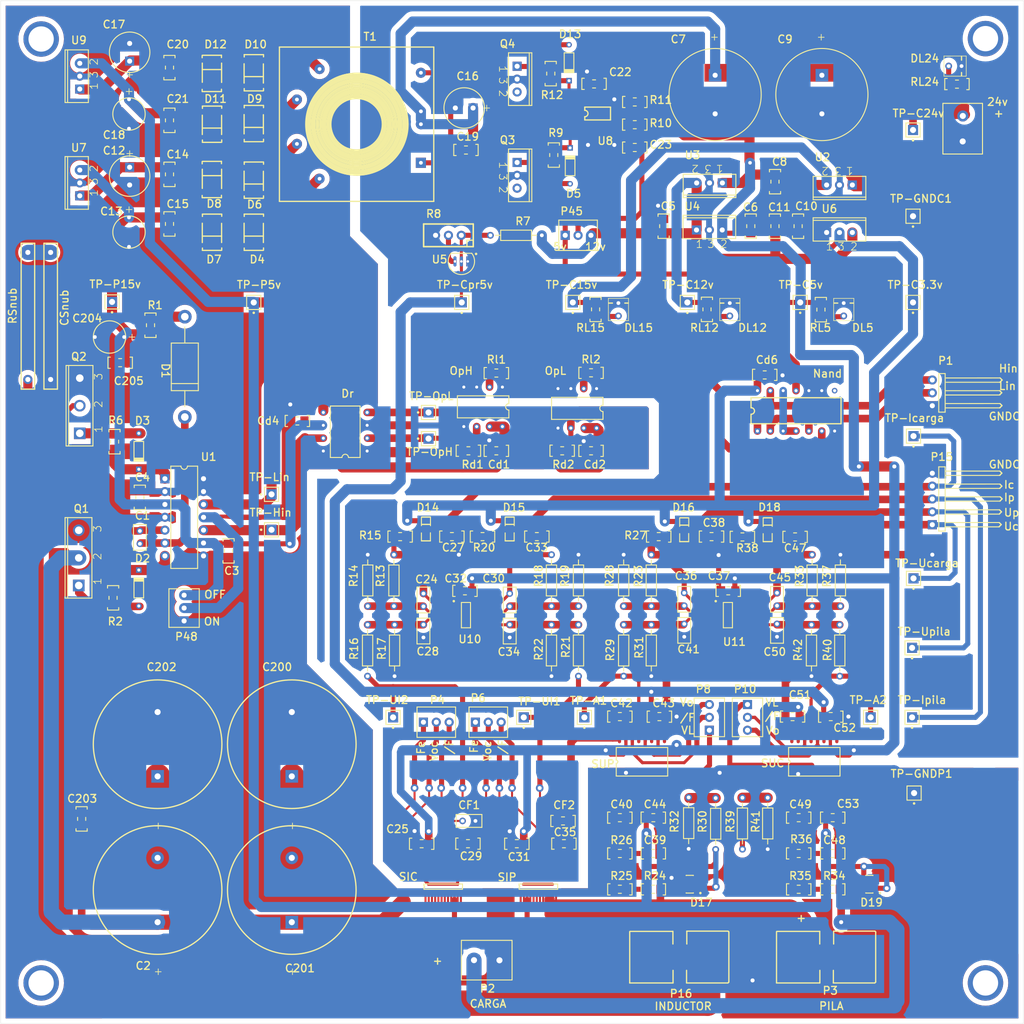
<source format=kicad_pcb>
(kicad_pcb (version 20211014) (generator pcbnew)
  (layers (0 "F.Cu" signal "Top Layer") (31 "B.Cu" signal "Bottom Layer") (34 "B.Paste" user "Bottom Paste") (35 "F.Paste" user "Top Paste") (36 "B.SilkS" user "Bottom Overlay") (37 "F.SilkS" user "Top Overlay") (38 "B.Mask" user "Bottom Solder") (39 "F.Mask" user "Top Solder") (44 "Edge.Cuts" user))
  (net 0 "")
  (net 1 "NetP48_2")
  (net 2 "NetNand_6")
  (net 3 "NetNand_3")
  (net 4 "NetDr_7")
  (net 5 "NetDr_5")
  (net 6 "NetDr_4")
  (net 7 "NetDr_2")
  (net 8 "NetDL24_1")
  (net 9 "NetDL15_1")
  (net 10 "NetDL12_1")
  (net 11 "NetDL5_1")
  (net 12 "NetC23_1")
  (net 13 "P_15V")
  (net 14 "P_5V")
  (net 15 "NetR39_2")
  (net 16 "NetR35_2")
  (net 17 "NetR34_2")
  (net 18 "NetR30_2")
  (net 19 "NetR25_2")
  (net 20 "NetR24_2")
  (net 21 "NetR8_2")
  (net 22 "NetD13_2")
  (net 23 "NetD13_1")
  (net 24 "NetD11_1")
  (net 25 "NetD9_1")
  (net 26 "NetD7_1")
  (net 27 "NetD5_2")
  (net 28 "NetD5_1")
  (net 29 "NetD4_1")
  (net 30 "NetD3_2")
  (net 31 "NetD3_1")
  (net 32 "NetD2_2")
  (net 33 "NetD2_1")
  (net 34 "NetD1_1")
  (net 35 "NetC50_1")
  (net 36 "NetC47_1")
  (net 37 "NetC45_2")
  (net 38 "NetC45_1")
  (net 39 "NetC41_1")
  (net 40 "NetC38_1")
  (net 41 "NetC36_2")
  (net 42 "NetC36_1")
  (net 43 "NetC34_1")
  (net 44 "NetC33_1")
  (net 45 "NetC30_2")
  (net 46 "NetC30_1")
  (net 47 "NetC28_1")
  (net 48 "NetC27_1")
  (net 49 "NetC24_2")
  (net 50 "NetC24_1")
  (net 51 "NetC17_1")
  (net 52 "NetC12_1")
  (net 53 "NetC1_2")
  (net 54 "NetC1_1")
  (net 55 "NetP10_2")
  (net 56 "NetR40_1")
  (net 57 "NetP10_3")
  (net 58 "NetP10_1")
  (net 59 "NetC49_2")
  (net 60 "NetC49_1")
  (net 61 "NetC48_1")
  (net 62 "NetP8_2")
  (net 63 "NetR29_1")
  (net 64 "NetP8_3")
  (net 65 "NetP8_1")
  (net 66 "NetC40_2")
  (net 67 "NetC40_1")
  (net 68 "NetC39_1")
  (net 69 "NetP6_1")
  (net 70 "NetP6_2")
  (net 71 "NetP6_3")
  (net 72 "NetR21_1")
  (net 73 "NetCF2_2")
  (net 74 "NetC35_1")
  (net 75 "NetP3_1")
  (net 76 "NetP16_1")
  (net 77 "NetP4_1")
  (net 78 "NetP4_2")
  (net 79 "NetP4_3")
  (net 80 "NetR16_1")
  (net 81 "NetCF1_2")
  (net 82 "NetC29_1")
  (net 83 "NetP2_1")
  (net 84 "NetC2_1")
  (net 85 "GNDP")
  (net 86 "GNDC")
  (net 87 "C_PREC_5V")
  (net 88 "C_24V")
  (net 89 "C_15V")
  (net 90 "C_12V")
  (net 91 "C_5V")
  (net 92 "C_3.3V")
  (net 93 "NetQ3_2")
  (net 94 "NetQ4_2")
  (net 95 "NetC2_2")
  (net 96 "NetC200_1")
  (net 97 "NetOpH_2")
  (net 98 "NetOpL_2")
  (net 99 "NetNand_1")
  (net 100 "NetNand_2")
  (net 101 "NetNand_11")
  (net 102 "NetCsnub_1")
  (footprint "Footprints.PcbLib:RAD-0.1" (layer "F.Cu") (at 148.043118 122.36907 90)
    (fp_text reference "C30")
    (fp_text value "Cap30" hide)
  )
  (footprint "Footprints.PcbLib:RAD-0.1" (layer "F.Cu") (at 182.501109 122.2336 90)
    (fp_text reference "C36")
    (fp_text value "Cap36" hide)
  )
  (footprint "Footprints.PcbLib:AXIAL-0.4" (layer "F.Cu") (at 198.9911 166.5036 -90)
    (fp_text reference "R41")
    (fp_text value "Res41" hide)
  )
  (footprint "Footprints.PcbLib:8-1206" (layer "F.Cu") (at 168.394094 145.404596)
    (fp_text reference "C42")
    (fp_text value "Cap42" hide)
  )
  (footprint "Footprints.PcbLib:8-1206" (layer "F.Cu") (at 63.5011 167.0036 90)
    (fp_text reference "C203")
    (fp_text value "Cap4" hide)
  )
  (footprint "Footprints.PcbLib:8-1206" (layer "F.Cu") (at 150.843113 170.5036 180)
    (fp_text reference "C31")
    (fp_text value "Cap31" hide)
  )
  (footprint "Footprints.PcbLib:SOT-143*" (layer "F.Cu") (at 219.067094 178.5036 90)
    (fp_text reference "D19")
    (fp_text value "BAS28" hide)
  )
  (footprint "Footprints.PcbLib:CASE403A*" (layer "F.Cu") (at 97.487118 49.7436 -90)
    (fp_text reference "D4")
    (fp_text value "MBR0540" hide)
  )
  (footprint "Footprints.PcbLib:MM74HC00_GON" (layer "F.Cu") (at 196.967339 89.003602 90)
    (fp_text reference "Nand")
    (fp_text value "74HCT00" hide)
  )
  (footprint "Footprints.PcbLib:PIN1" (layer "F.Cu") (at 227.689718 29.5506 180)
    (fp_text reference "TP-C24v")
    (fp_text value "" hide)
  )
  (footprint "Footprints.PcbLib:JUMPER" (layer "F.Cu") (at 83.731578 126.5036 90)
    (fp_text reference "P48")
    (fp_text value "Header 10" hide)
  )
  (footprint "Footprints.PcbLib:PIN1" (layer "F.Cu") (at 227.784061 90.0036 180)
    (fp_text reference "TP-Icarga")
    (fp_text value "" hide)
  )
  (footprint "Footprints.PcbLib:8-1206" (layer "F.Cu") (at 72.5011 75.5036 180)
    (fp_text reference "C205")
    (fp_text value "Cap4" hide)
  )
  (footprint "Footprints.PcbLib:RB7.6-18.2*" (layer "F.Cu") (at 209.693757 22.5496 90)
    (fp_text reference "C9")
    (fp_text value "Cap Pol1" hide)
  )
  (footprint "Footprints.PcbLib:AXIAL-0.4" (layer "F.Cu") (at 176.004706 132.338064 -90)
    (fp_text reference "R31")
    (fp_text value "Res31" hide)
  )
  (footprint "Footprints.PcbLib:TO220*" (layer "F.Cu") (at 213.169046 49.7916)
    (fp_text reference "U6")
    (fp_text value "MC7833ACT" hide)
  )
  (footprint "Footprints.PcbLib:FOOTSNUB" (layer "F.Cu") (at 57.373566 66.2736 -90)
    (fp_text reference "CSnub")
    (fp_text value "CapSnub" hide)
  )
  (footprint "Footprints.PcbLib:PIN1" (layer "F.Cu") (at 227.784061 118.097917 180)
    (fp_text reference "TP-Ucarga")
    (fp_text value "" hide)
  )
  (footprint "Footprints.PcbLib:8-1206 - RES" (layer "F.Cu") (at 187.0011 66.374323 90)
    (fp_text reference "RL12")
    (fp_text value "ResL12" hide)
  )
  (footprint "Footprints.PcbLib:8-1206" (layer "F.Cu") (at 200.422757 49.9416 90)
    (fp_text reference "C11")
    (fp_text value "Cap11" hide)
  )
  (footprint "Footprints.PcbLib:8-1206" (layer "F.Cu") (at 140.595417 120.551535 180)
    (fp_text reference "C32")
    (fp_text value "Cap32" hide)
  )
  (footprint "Footprints.PcbLib:8-1206" (layer "F.Cu") (at 163.299801 20.4476)
    (fp_text reference "C22")
    (fp_text value "Cap22" hide)
  )
  (footprint "Footprints.PcbLib:AXIAL-0.4" (layer "F.Cu") (at 161.622113 132.338064 90)
    (fp_text reference "R21")
    (fp_text value "Res21" hide)
  )
  (footprint "Footprints.PcbLib:8-1206 - RES" (layer "F.Cu") (at 171.194093 179.502001 180)
    (fp_text reference "R25")
    (fp_text value "Res25" hide)
  )
  (footprint "Footprints.PcbLib:AXIAL-0.4" (layer "F.Cu") (at 161.622113 118.507574 -90)
    (fp_text reference "R19")
    (fp_text value "Res19" hide)
  )
  (footprint "Footprints.PcbLib:8-1206" (layer "F.Cu") (at 159.967339 166.0036 180)
    (fp_text reference "CF2")
    (fp_text value "CapF2" hide)
  )
  (footprint "Footprints.PcbLib:8-1206 - RES" (layer "F.Cu") (at 192.595417 109.919501)
    (fp_text reference "R38")
    (fp_text value "Res38" hide)
  )
  (footprint "Footprints.PcbLib:8-1206" (layer "F.Cu") (at 210.431094 172.434299)
    (fp_text reference "C48")
    (fp_text value "Cap48" hide)
  )
  (footprint "Footprints.PcbLib:8-1206" (layer "F.Cu") (at 192.595417 120.551535 180)
    (fp_text reference "C37")
    (fp_text value "Cap37" hide)
  )
  (footprint "Footprints.PcbLib:DO-35" (layer "F.Cu") (at 159.755173 16.262597 -90)
    (fp_text reference "D13")
    (fp_text value "Diode 1N4148" hide)
  )
  (footprint "Footprints.PcbLib:SOD123*" (layer "F.Cu") (at 131.5011 108.358478 90)
    (fp_text reference "D14")
    (fp_text value "BAT54" hide)
  )
  (footprint "Footprints.PcbLib:PIN1" (layer "F.Cu") (at 219.321094 145.554596 180)
    (fp_text reference "TP-A2")
    (fp_text value "" hide)
  )
  (footprint "Footprints.PcbLib:8-1206" (layer "F.Cu") (at 80.850118 18.6286 90)
    (fp_text reference "C20")
    (fp_text value "Cap20" hide)
  )
  (footprint "Footprints.PcbLib:FOOTSNUB" (layer "F.Cu") (at 52.873565 66.2736 -90)
    (fp_text reference "RSnub")
    (fp_text value "ResSnub" hide)
  )
  (footprint "Footprints.PcbLib:PIN1" (layer "F.Cu") (at 138.563986 63.6043 180)
    (fp_text reference "TP-Cpr5v")
    (fp_text value "" hide)
  )
  (footprint "Footprints.PcbLib:8-1206 - RES" (layer "F.Cu") (at 174.140366 24.003602 180)
    (fp_text reference "R11")
    (fp_text value "Res11" hide)
  )
  (footprint "Footprints.PcbLib:PIN1" (layer "F.Cu") (at 160.5011 63.604326 180)
    (fp_text reference "TP-C15v")
    (fp_text value "" hide)
  )
  (footprint "Footprints.PcbLib:HDR1X3H*" (layer "F.Cu") (at 231.5011 84.0036 90)
    (fp_text reference "P1")
    (fp_text value "Header 3H" hide)
  )
  (footprint "Footprints.PcbLib:IND-CONECTOR" (layer "F.Cu") (at 176.004716 193.0036)
    (fp_text reference "P16")
    (fp_text value "Header 2" hide)
  )
  (footprint "Footprints.PcbLib:PIN1" (layer "F.Cu") (at 132.0011 85.3336 90)
    (fp_text reference "TP-OpL")
    (fp_text value "" hide)
  )
  (footprint "Footprints.PcbLib:PIN1" (layer "F.Cu") (at 183.126848 63.604331 180)
    (fp_text reference "TP-C12v")
    (fp_text value "" hide)
  )
  (footprint "Footprints.PcbLib:8-1206 - RES" (layer "F.Cu") (at 165.5011 77.5036 180)
    (fp_text reference "Rl2")
    (fp_text value "Rd1" hide)
  )
  (footprint "" (layer "F.Cu") (at 242.0011 198.003595)
    (fp_text reference "")
    (fp_text value "")
  )
  (footprint "Footprints.PcbLib:8-1206" (layer "F.Cu") (at 92.5011 111.2736 -90)
    (fp_text reference "C3")
    (fp_text value "Cap3" hide)
  )
  (footprint "Footprints.PcbLib:8-1206" (layer "F.Cu") (at 179.0011 145.404596 180)
    (fp_text reference "C43")
    (fp_text value "Cap43" hide)
  )
  (footprint "Footprints.PcbLib:AXIAL-0.4" (layer "F.Cu") (at 213.225094 132.338064 90)
    (fp_text reference "R40")
    (fp_text value "Res40" hide)
  )
  (footprint "Footprints.PcbLib:TRAFO-2PRI-2SEC" (layer "F.Cu") (at 130.5011 36.0276 180)
    (fp_text reference "T1")
    (fp_text value "Trans BB" hide)
  )
  (footprint "Footprints.PcbLib:8-1206 - RES" (layer "F.Cu") (at 146.799067 77.550325 180)
    (fp_text reference "Rl1")
    (fp_text value "Rd1" hide)
  )
  (footprint "" (layer "F.Cu") (at 242.0011 11.5036)
    (fp_text reference "")
    (fp_text value "")
  )
  (footprint "Footprints.PcbLib:SO-8" (layer "F.Cu") (at 163.5011 29.091105 90)
    (fp_text reference "U8")
    (fp_text value "MAX845" hide)
  )
  (footprint "Footprints.PcbLib:AXIAL-0.4" (layer "F.Cu") (at 213.352094 118.507574 -90)
    (fp_text reference "R37")
    (fp_text value "Res37" hide)
  )
  (footprint "Footprints.PcbLib:RAD-0.1" (layer "F.Cu") (at 200.830707 128.368128 -90)
    (fp_text reference "C50")
    (fp_text value "Cap50" hide)
  )
  (footprint "Footprints.PcbLib:AXIAL-0.4" (layer "F.Cu") (at 149.303113 50.349597)
    (fp_text reference "R7")
    (fp_text value "Res7" hide)
  )
  (footprint "Footprints.PcbLib:PIN1" (layer "F.Cu") (at 69.5011 63.5036 180)
    (fp_text reference "TP-P15v")
    (fp_text value "" hide)
  )
  (footprint "Footprints.PcbLib:RB5.8-6.4*" (layer "F.Cu") (at 72.851077 26.392597 -90)
    (fp_text reference "C18")
    (fp_text value "Cap Pol1" hide)
  )
  (footprint "Footprints.PcbLib:8-1206 - RES" (layer "F.Cu") (at 157.0011 92.907658)
    (fp_text reference "Rd2")
    (fp_text value "Rd2" hide)
  )
  (footprint "Footprints.PcbLib:Z03A" (layer "F.Cu") (at 138.497113 55.5036 90)
    (fp_text reference "U5")
    (fp_text value "LM336BZ-5.0" hide)
  )
  (footprint "Footprints.PcbLib:6N137" (layer "F.Cu") (at 165.194374 80.623603 -90)
    (fp_text reference "OpL")
    (fp_text value "6N137" hide)
  )
  (footprint "Footprints.PcbLib:8-1206" (layer "F.Cu") (at 210.431094 165.366596)
    (fp_text reference "C53")
    (fp_text value "Cap53" hide)
  )
  (footprint "Footprints.PcbLib:RAD-0.1" (layer "F.Cu") (at 131.0011 128.5036 -90)
    (fp_text reference "C28")
    (fp_text value "Cap28" hide)
  )
  (footprint "Footprints.PcbLib:SENSOR CORRIENTE ACS 709" (layer "F.Cu") (at 131.412113 181.478593 90)
    (fp_text reference "SIC")
    (fp_text value "SI 1 20BB" hide)
  )
  (footprint "Footprints.PcbLib:LED-1*" (layer "F.Cu") (at 236.001098 16.925598 90)
    (fp_text reference "DL24")
    (fp_text value "LED1" hide)
  )
  (footprint "Footprints.PcbLib:RB5.8-6.4*" (layer "F.Cu") (at 72.85112 49.720594 -90)
    (fp_text reference "C13")
    (fp_text value "Cap Pol1" hide)
  )
  (footprint "Footprints.PcbLib:CASE403A*" (layer "F.Cu") (at 97.487118 18.2476 -90)
    (fp_text reference "D10")
    (fp_text value "MBR0540" hide)
  )
  (footprint "Footprints.PcbLib:PDIP14" (layer "F.Cu") (at 79.945119 98.4206 -90)
    (fp_text reference "U1")
    (fp_text value "IR2110" hide)
  )
  (footprint "Footprints.PcbLib:8-1206 - RES" (layer "F.Cu") (at 234.9711 20.496596)
    (fp_text reference "RL24")
    (fp_text value "ResL24" hide)
  )
  (footprint "Footprints.PcbLib:RB3.5-8*" (layer "F.Cu") (at 140.801093 25.203615 180)
    (fp_text reference "C16")
    (fp_text value "Cap Pol1" hide)
  )
  (footprint "Footprints.PcbLib:RB12.7-25*" (layer "F.Cu") (at 78.5011 186.0036 -90)
    (fp_text reference "C2")
    (fp_text value "Cap Pol1" hide)
  )
  (footprint "Footprints.PcbLib:SOD123*" (layer "F.Cu") (at 199.0011 108.5036 90)
    (fp_text reference "D18")
    (fp_text value "BAT54" hide)
  )
  (footprint "Footprints.PcbLib:8-1206 - RES" (layer "F.Cu") (at 125.0011 109.858478)
    (fp_text reference "R15")
    (fp_text value "Res15" hide)
  )
  (footprint "Footprints.PcbLib:6N137" (layer "F.Cu") (at 146.597041 80.323609 -90)
    (fp_text reference "OpH")
    (fp_text value "6N137" hide)
  )
  (footprint "Footprints.PcbLib:SENSOR CORRIENTE ACS 709" (layer "F.Cu") (at 150.208113 181.478593 90)
    (fp_text reference "SIP")
    (fp_text value "SI 1 20BB" hide)
  )
  (footprint "Footprints.PcbLib:CASE403A*" (layer "F.Cu") (at 89.232118 18.3746 90)
    (fp_text reference "D12")
    (fp_text value "MBR0540" hide)
  )
  (footprint "Footprints.PcbLib:HDR1X3*" (layer "F.Cu") (at 141.2711 146.5036)
    (fp_text reference "P6")
    (fp_text value "Header 3" hide)
  )
  (footprint "Footprints.PcbLib:RB5.8-6.4*" (layer "F.Cu") (at 69.0011 70.436037 180)
    (fp_text reference "C204")
    (fp_text value "Cap Pol1" hide)
  )
  (footprint "Footprints.PcbLib:DO-35" (layer "F.Cu") (at 74.786531 120.0036 90)
    (fp_text reference "D2")
    (fp_text value "Diode 1N4148" hide)
  )
  (footprint "Footprints.PcbLib:8-1206" (layer "F.Cu") (at 138.39709 170.5036)
    (fp_text reference "C29")
    (fp_text value "Cap29" hide)
  )
  (footprint "Footprints.PcbLib:AXIAL-0.4" (layer "F.Cu") (at 207.637094 132.338064 -90)
    (fp_text reference "R42")
    (fp_text value "Res42" hide)
  )
  (footprint "Footprints.PcbLib:TO220*" (layer "F.Cu") (at 63.127096 18.9256 90)
    (fp_text reference "U9")
    (fp_text value "MC7805ACT" hide)
  )
  (footprint "Footprints.PcbLib:TC4424-DIP8" (layer "F.Cu") (at 119.8811 92.9536 180)
    (fp_text reference "Dr")
    (fp_text value "TC4427" hide)
  )
  (footprint "Footprints.PcbLib:AXIAL-0.4" (layer "F.Cu") (at 183.382763 166.441207 -90)
    (fp_text reference "R32")
    (fp_text value "Res32" hide)
  )
  (footprint "Footprints.PcbLib:AXIAL-0.4" (layer "F.Cu") (at 194.0011 166.5036 90)
    (fp_text reference "R39")
    (fp_text value "Res39" hide)
  )
  (footprint "Footprints.PcbLib:SOD123*" (layer "F.Cu") (at 148.043118 108.358478 90)
    (fp_text reference "D15")
    (fp_text value "BAT54" hide)
  )
  (footprint "Footprints.PcbLib:8-1206" (layer "F.Cu") (at 165.5011 92.907658 180)
    (fp_text reference "Cd2")
    (fp_text value "Capd2" hide)
  )
  (footprint "Footprints.PcbLib:AXIAL-0.4" (layer "F.Cu") (at 170.543706 132.338064 90)
    (fp_text reference "R29")
    (fp_text value "Res29" hide)
  )
  (footprint "Footprints.PcbLib:CASE403A*" (layer "F.Cu") (at 89.232118 28.4076 -90)
    (fp_text reference "D11")
    (fp_text value "MBR0540" hide)
  )
  (footprint "Footprints.PcbLib:DO-35" (layer "F.Cu") (at 159.967339 36.626612 90)
    (fp_text reference "D5")
    (fp_text value "Diode 1N4148" hide)
  )
  (footprint "Footprints.PcbLib:PIN1" (layer "F.Cu") (at 125.0011 145.554594 180)
    (fp_text reference "TP-UI2")
    (fp_text value "" hide)
  )
  (footprint "Footprints.PcbLib:DO-35" (layer "F.Cu") (at 74.786531 93.0036 -90)
    (fp_text reference "D3")
    (fp_text value "Diode 1N4148" hide)
  )
  (footprint "Footprints.PcbLib:AXIAL-0.4" (layer "F.Cu") (at 170.543696 118.507574 -90)
    (fp_text reference "R28")
    (fp_text value "Res28" hide)
  )
  (footprint "Footprints.PcbLib:751-02_N" (layer "F.Cu") (at 139.397113 125.359021)
    (fp_text reference "U10")
    (fp_text value "TLC2272" hide)
  )
  (footprint "Footprints.PcbLib:8-1206" (layer "F.Cu") (at 168.394094 165.366596)
    (fp_text reference "C40")
    (fp_text value "Cap40" hide)
  )
  (footprint "Footprints.PcbLib:8-1206" (layer "F.Cu") (at 146.799067 92.907658 180)
    (fp_text reference "Cd1")
    (fp_text value "Capd1" hide)
  )
  (footprint "" (layer "F.Cu") (at 189.5011 156.5036)
    (fp_text reference "")
    (fp_text value "")
  )
  (footprint "Footprints.PcbLib:8-1206" (layer "F.Cu") (at 75.0011 103.5036 90)
    (fp_text reference "C4")
    (fp_text value "Cap4" hide)
  )
  (footprint "Footprints.PcbLib:TO220*" (layer "F.Cu") (at 187.5011 40.003621 180)
    (fp_text reference "U3")
    (fp_text value "MC7812ACT" hide)
  )
  (footprint "Footprints.PcbLib:8-1206" (layer "F.Cu") (at 203.0011 109.919501)
    (fp_text reference "C47")
    (fp_text value "Cap47" hide)
  )
  (footprint "Footprints.PcbLib:8-1206 - RES" (layer "F.Cu") (at 176.065707 109.858478)
    (fp_text reference "R27")
    (fp_text value "Res27" hide)
  )
  (footprint "Footprints.PcbLib:CASE403A*" (layer "F.Cu") (at 97.487118 39.4566 -90)
    (fp_text reference "D6")
    (fp_text value "MBR0540" hide)
  )
  (footprint "Footprints.PcbLib:SENS TENSION HCPL-788J" (layer "F.Cu") (at 169.715707 159.057592 90)
    (fp_text reference "SUP")
    (fp_text value "S1" hide)
  )
  (footprint "Footprints.PcbLib:PIN1" (layer "F.Cu") (at 97.487118 63.604326 180)
    (fp_text reference "TP-P5v")
    (fp_text value "" hide)
  )
  (footprint "Footprints.PcbLib:HDR1X3*" (layer "F.Cu") (at 195.0011 143.014596 -90)
    (fp_text reference "P10")
    (fp_text value "Header 3" hide)
  )
  (footprint "Footprints.PcbLib:8-1206 - RES" (layer "F.Cu") (at 69.7011 120.551535 -90)
    (fp_text reference "R2")
    (fp_text value "Res2" hide)
  )
  (footprint "Footprints.PcbLib:PIN1" (layer "F.Cu") (at 205.408279 63.604323 180)
    (fp_text reference "TP-C5v")
    (fp_text value "" hide)
  )
  (footprint "Footprints.PcbLib:SENS TENSION HCPL-788J" (layer "F.Cu") (at 203.751707 159.057592 90)
    (fp_text reference "SUC")
    (fp_text value "S2" hide)
  )
  (footprint "Footprints.PcbLib:PIN1" (layer "F.Cu") (at 227.5011 131.826257 180)
    (fp_text reference "TP-Upila")
    (fp_text value "" hide)
  )
  (footprint "Footprints.PcbLib:8-1206" (layer "F.Cu") (at 203.711727 165.366596)
    (fp_text reference "C49")
    (fp_text value "Cap49" hide)
  )
  (footprint "Footprints.PcbLib:SOD123*" (layer "F.Cu") (at 182.510507 108.5036 90)
    (fp_text reference "D16")
    (fp_text value "BAT54" hide)
  )
  (footprint "Footprints.PcbLib:LED-1*V" (layer "F.Cu") (at 191.5011 65.0036 180)
    (fp_text reference "DL12")
    (fp_text value "LED3" hide)
  )
  (footprint "Footprints.PcbLib:LED-1*V" (layer "F.Cu") (at 214.001102 65.0036 180)
    (fp_text reference "DL5")
    (fp_text value "LED4" hide)
  )
  (footprint "Footprints.PcbLib:8-1206" (layer "F.Cu") (at 80.850118 49.5036 90)
    (fp_text reference "C15")
    (fp_text value "Cap15" hide)
  )
  (footprint "Footprints.PcbLib:CASE403A*" (layer "F.Cu") (at 89.232118 39.3296 90)
    (fp_text reference "D8")
    (fp_text value "MBR0540" hide)
  )
  (footprint "Footprints.PcbLib:8-1206" (layer "F.Cu") (at 195.646523 49.9416 90)
    (fp_text reference "C6")
    (fp_text value "Cap6" hide)
  )
  (footprint "" (layer "F.Cu") (at 55.5011 11.58254)
    (fp_text reference "")
    (fp_text value "")
  )
  (footprint "Footprints.PcbLib:HDR1X3*" (layer "F.Cu") (at 187.468757 148.094596 90)
    (fp_text reference "P8")
    (fp_text value "Header 3" hide)
  )
  (footprint "Footprints.PcbLib:8-1206 - RES" (layer "F.Cu") (at 209.5011 66.4236 90)
    (fp_text reference "RL5")
    (fp_text value "ResL5" hide)
  )
  (footprint "Footprints.PcbLib:AXIAL-0.4" (layer "F.Cu") (at 125.173113 118.507574 90)
    (fp_text reference "R13")
    (fp_text value "Res13" hide)
  )
  (footprint "Footprints.PcbLib:RB3.5-8*" (layer "F.Cu") (at 72.976078 36.910605 -90)
    (fp_text reference "C12")
    (fp_text value "Cap Pol1" hide)
  )
  (footprint "Footprints.PcbLib:RAD-0.1" (layer "F.Cu") (at 131.0011 122.36907 90)
    (fp_text reference "C24")
    (fp_text value "Cap24" hide)
  )
  (footprint "Footprints.PcbLib:PIN1" (layer "F.Cu") (at 227.689718 46.577464 180)
    (fp_text reference "TP-GNDC1")
    (fp_text value "" hide)
  )
  (footprint "Footprints.PcbLib:HDR1X2-POT*" (layer "F.Cu") (at 237.5011 29.292596 90)
    (fp_text reference "24v")
    (fp_text value "Alimentacion 24v" hide)
  )
  (footprint "Footprints.PcbLib:8-1206 - RES" (layer "F.Cu") (at 70.0011 92.5036 90)
    (fp_text reference "R6")
    (fp_text value "Res6" hide)
  )
  (footprint "Footprints.PcbLib:RB3.5-8*" (layer "F.Cu") (at 72.976118 15.953626 90)
    (fp_text reference "C17")
    (fp_text value "Cap Pol1" hide)
  )
  (footprint "Footprints.PcbLib:8-1206 - RES" (layer "F.Cu") (at 171.340372 28.5036)
    (fp_text reference "R10")
    (fp_text value "Res10" hide)
  )
  (footprint "Footprints.PcbLib:8-1206" (layer "F.Cu") (at 175.001111 172.434299)
    (fp_text reference "C39")
    (fp_text value "Cap39" hide)
  )
  (footprint "Footprints.PcbLib:8-1206" (layer "F.Cu") (at 178.451757 49.9416 90)
    (fp_text reference "C5")
    (fp_text value "Cap5" hide)
  )
  (footprint "Footprints.PcbLib:TO220-MOS" (layer "F.Cu") (at 149.5011 38.5036 -90)
    (fp_text reference "Q3")
    (fp_text value "IRF7380" hide)
  )
  (footprint "Footprints.PcbLib:RB12.7-25*" (layer "F.Cu") (at 105.0011 186.0036 -90)
    (fp_text reference "C201")
    (fp_text value "Cap Pol1" hide)
  )
  (footprint "Footprints.PcbLib:8-1206" (layer "F.Cu") (at 152.0011 109.858478)
    (fp_text reference "C33")
    (fp_text value "Cap33" hide)
  )
  (footprint "Footprints.PcbLib:JUMPER" (layer "F.Cu") (at 159.0011 50.349597)
    (fp_text reference "P45")
    (fp_text value "Header 3" hide)
  )
  (footprint "Footprints.PcbLib:751-02_N" (layer "F.Cu") (at 191.127094 125.359021)
    (fp_text reference "U11")
    (fp_text value "TLC2272" hide)
  )
  (footprint "Footprints.PcbLib:8-1206 - RES" (layer "F.Cu") (at 156.738293 33.099594 -90)
    (fp_text reference "R9")
    (fp_text value "Res9" hide)
  )
  (footprint "Footprints.PcbLib:PIN1" (layer "F.Cu") (at 150.810695 145.554596 180)
    (fp_text reference "TP-UI1")
    (fp_text value "" hide)
  )
  (footprint "Footprints.PcbLib:TO-247AC" (layer "F.Cu") (at 62.927119 119.5036 90)
    (fp_text reference "Q1")
    (fp_text value "IRFP250" hide)
  )
  (footprint "Footprints.PcbLib:8-1206" (layer "F.Cu") (at 175.0011 165.366596)
    (fp_text reference "C44")
    (fp_text value "Cap44" hide)
  )
  (footprint "Footprints.PcbLib:8-1206 - RES" (layer "F.Cu") (at 156.148137 19.812602 90)
    (fp_text reference "R12")
    (fp_text value "Res12" hide)
  )
  (footprint "Footprints.PcbLib:AXIAL-0.4" (layer "F.Cu") (at 176.004706 118.507574 90)
    (fp_text reference "R23")
    (fp_text value "Res23" hide)
  )
  (footprint "Footprints.PcbLib:TO220-MOS" (layer "F.Cu") (at 149.5011 19.5036 -90)
    (fp_text reference "Q4")
    (fp_text value "IRF7380" hide)
  )
  (footprint "Footprints.PcbLib:8-1206" (layer "F.Cu") (at 138.0011 33.5036)
    (fp_text reference "C19")
    (fp_text value "Cap19" hide)
  )
  (footprint "Footprints.PcbLib:HDR1X3*" (layer "F.Cu") (at 131.0011 146.5036)
    (fp_text reference "P4")
    (fp_text value "Header 3" hide)
  )
  (footprint "Footprints.PcbLib:8-1206" (layer "F.Cu") (at 212.844094 145.404596 180)
    (fp_text reference "C52")
    (fp_text value "Cap52" hide)
  )
  (footprint "Footprints.PcbLib:AXIAL-0.4" (layer "F.Cu") (at 120.0011 118.507574 -90)
    (fp_text reference "R14")
    (fp_text value "Res14" hide)
  )
  (footprint "Footprints.PcbLib:8-1206" (layer "F.Cu") (at 205.0011 49.9416 90)
    (fp_text reference "C10")
    (fp_text value "Cap10" hide)
  )
  (footprint "Footprints.PcbLib:PIN1" (layer "F.Cu") (at 132.0011 90.5036 90)
    (fp_text reference "TP-OpH")
    (fp_text value "" hide)
  )
  (footprint "Footprints.PcbLib:8-1206" (layer "F.Cu") (at 202.5011 145.404596)
    (fp_text reference "C51")
    (fp_text value "Cap51" hide)
  )
  (footprint "Footprints.PcbLib:8-1206 - RES" (layer "F.Cu") (at 203.711727 172.434299)
    (fp_text reference "R36")
    (fp_text value "Res36" hide)
  )
  (footprint "Footprints.PcbLib:PIN1" (layer "F.Cu") (at 227.68971 63.604323 180)
    (fp_text reference "TP-C3.3v")
    (fp_text value "" hide)
  )
  (footprint "Footprints.PcbLib:HDR1X2-POT*" (layer "F.Cu") (at 143.5011 193.5036)
    (fp_text reference "P2")
    (fp_text value "Header 2" hide)
  )
  (footprint "Footprints.PcbLib:PIN1" (layer "F.Cu") (at 162.780694 145.554594 180)
    (fp_text reference "TP-A1")
    (fp_text value "" hide)
  )
  (footprint "Footprints.PcbLib:SOT-143*" (layer "F.Cu") (at 183.595417 178.5036 90)
    (fp_text reference "D17")
    (fp_text value "BAS28" hide)
  )
  (footprint "Footprints.PcbLib:8-1206" (layer "F.Cu") (at 107.5011 87.0036 180)
    (fp_text reference "Cd4")
    (fp_text value "Capd2" hide)
  )
  (footprint "Footprints.PcbLib:RAD-0.1" (layer "F.Cu") (at 75.0011 110.0036 90)
    (fp_text reference "C1")
    (fp_text value "CapBootstrap" hide)
  )
  (footprint "Footprints.PcbLib:PIN1" (layer "F.Cu") (at 101.0011 101.5036 90)
    (fp_text reference "TP-Lin")
    (fp_text value "" hide)
  )
  (footprint "Footprints.PcbLib:8-1206 - RES" (layer "F.Cu") (at 206.511721 179.502001 180)
    (fp_text reference "R35")
    (fp_text value "Res35" hide)
  )
  (footprint "Footprints.PcbLib:8-1206 - RES" (layer "F.Cu") (at 77.101104 69.5036 90)
    (fp_text reference "R1")
    (fp_text value "Rbootstrap" hide)
  )
  (footprint "Footprints.PcbLib:RAD-0.1" (layer "F.Cu") (at 182.510497 128.368128 -90)
    (fp_text reference "C41")
    (fp_text value "Cap41" hide)
  )
  (footprint "Footprints.PcbLib:AXIAL-0.4" (layer "F.Cu") (at 119.966113 132.338064 90)
    (fp_text reference "R16")
    (fp_text value "Res16" hide)
  )
  (footprint "Footprints.PcbLib:8-1206" (layer "F.Cu") (at 132.04709 170.5036 180)
    (fp_text reference "C25")
    (fp_text value "Cap25" hide)
  )
  (footprint "Footprints.PcbLib:8-1206 - RES" (layer "F.Cu") (at 177.801106 179.5036 180)
    (fp_text reference "R24")
    (fp_text value "Res24" hide)
  )
  (footprint "Footprints.PcbLib:AXIAL-0.4" (layer "F.Cu") (at 156.288113 118.507574 90)
    (fp_text reference "R18")
    (fp_text value "Res18" hide)
  )
  (footprint "Footprints.PcbLib:8-1206" (layer "F.Cu") (at 135.22209 109.858478)
    (fp_text reference "C27")
    (fp_text value "Cap27" hide)
  )
  (footprint "Footprints.PcbLib:HDR1X5H*" (layer "F.Cu") (at 231.5011 107.5036 90)
    (fp_text reference "P15")
    (fp_text value "Header 5" hide)
  )
  (footprint "Footprints.PcbLib:8-1206" (layer "F.Cu") (at 80.850118 29.0426 90)
    (fp_text reference "C21")
    (fp_text value "Cap21" hide)
  )
  (footprint "Footprints.PcbLib:PIN1" (layer "F.Cu") (at 227.5011 145.554596 180)
    (fp_text reference "TP-Ipila")
    (fp_text value "" hide)
  )
  (footprint "Footprints.PcbLib:RB12.7-25*" (layer "F.Cu") (at 105.0011 157.2036 -90)
    (fp_text reference "C200")
    (fp_text value "Cap Pol1" hide)
  )
  (footprint "Footprints.PcbLib:CASE403A*" (layer "F.Cu") (at 89.232118 49.7436 -90)
    (fp_text reference "D7")
    (fp_text value "MBR0540" hide)
  )
  (footprint "Footprints.PcbLib:IND-CONECTOR" (layer "F.Cu") (at 205.0011 193.0036)
    (fp_text reference "P3")
    (fp_text value "Header 2" hide)
  )
  (footprint "Footprints.PcbLib:VR*" (layer "F.Cu") (at 135.939805 50.349597)
    (fp_text reference "R8")
    (fp_text value "RPot" hide)
  )
  (footprint "Footprints.PcbLib:LED-1*V" (layer "F.Cu") (at 169.501102 65.0036 180)
    (fp_text reference "DL15")
    (fp_text value "LED2" hide)
  )
  (footprint "Footprints.PcbLib:RAD-0.1" (layer "F.Cu") (at 200.830707 122.2336 90)
    (fp_text reference "C45")
    (fp_text value "Cap45" hide)
  )
  (footprint "Footprints.PcbLib:8-1206" (layer "F.Cu") (at 200.422757 38.358179 -90)
    (fp_text reference "C8")
    (fp_text value "Cap8" hide)
  )
  (footprint "Footprints.PcbLib:8-1206 - RES" (layer "F.Cu") (at 213.225094 179.502001 180)
    (fp_text reference "R34")
    (fp_text value "Res34" hide)
  )
  (footprint "Footprints.PcbLib:PIN1" (layer "F.Cu") (at 227.9021 160.5036 180)
    (fp_text reference "TP-GNDP1")
    (fp_text value "" hide)
  )
  (footprint "Footprints.PcbLib:8-1206" (layer "F.Cu") (at 186.5011 109.858478)
    (fp_text reference "C38")
    (fp_text value "Cap38" hide)
  )
  (footprint "Footprints.PcbLib:RB12.7-25*" (layer "F.Cu") (at 78.5011 157.2036 -90)
    (fp_text reference "C202")
    (fp_text value "Cap Pol1" hide)
  )
  (footprint "Footprints.PcbLib:TO220*" (layer "F.Cu") (at 213.169046 40.410595 180)
    (fp_text reference "U2")
    (fp_text value "MC7815ACT" hide)
  )
  (footprint "Footprints.PcbLib:RAD-0.1" (layer "F.Cu") (at 148.043118 128.5036 -90)
    (fp_text reference "C34")
    (fp_text value "Cap34" hide)
  )
  (footprint "" (layer "F.Cu") (at 55.5011 198.003595)
    (fp_text reference "")
    (fp_text value "")
  )
  (footprint "Footprints.PcbLib:8-1206" (layer "F.Cu") (at 197.0011 77.923604)
    (fp_text reference "Cd6")
    (fp_text value "Capd2" hide)
  )
  (footprint "Footprints.PcbLib:8-1206" (layer "F.Cu") (at 80.850118 39.7106 90)
    (fp_text reference "C14")
    (fp_text value "Cap14" hide)
  )
  (footprint "Footprints.PcbLib:8-1206 - RES" (layer "F.Cu") (at 165.001103 66.374323 90)
    (fp_text reference "RL15")
    (fp_text value "ResL15" hide)
  )
  (footprint "Footprints.PcbLib:AXIAL-0.4" (layer "F.Cu") (at 207.764094 118.507574 90)
    (fp_text reference "R33")
    (fp_text value "Res33" hide)
  )
  (footprint "Footprints.PcbLib:AXIAL-0.4" (layer "F.Cu") (at 125.300113 132.338064 -90)
    (fp_text reference "R17")
    (fp_text value "Res17" hide)
  )
  (footprint "Footprints.PcbLib:CASE 267*" (layer "F.Cu") (at 84.0011 71.5036 -90)
    (fp_text reference "D1")
    (fp_text value "MUR160 (460)" hide)
  )
  (footprint "Footprints.PcbLib:TO-247AC" (layer "F.Cu") (at 63.127119 89.453598 90)
    (fp_text reference "Q2")
    (fp_text value "IRFP250" hide)
  )
  (footprint "Footprints.PcbLib:8-1206 - RES" (layer "F.Cu") (at 141.2711 109.858478)
    (fp_text reference "R20")
    (fp_text value "Res20" hide)
  )
  (footprint "Footprints.PcbLib:TO220*" (layer "F.Cu") (at 63.127119 40.0036 90)
    (fp_text reference "U7")
    (fp_text value "MC7815ACT" hide)
  )
  (footprint "Footprints.PcbLib:8-1206 - RES" (layer "F.Cu") (at 168.394094 172.434299)
    (fp_text reference "R26")
    (fp_text value "Res26" hide)
  )
  (footprint "Footprints.PcbLib:PIN1" (layer "F.Cu") (at 101.0011 108.5036 90)
    (fp_text reference "TP-Hin")
    (fp_text value "" hide)
  )
  (footprint "Footprints.PcbLib:CASE403A*" (layer "F.Cu") (at 97.487118 28.2806 -90)
    (fp_text reference "D9")
    (fp_text value "MBR0540" hide)
  )
  (footprint "Footprints.PcbLib:8-1206 - RES" (layer "F.Cu") (at 138.479805 92.907658)
    (fp_text reference "Rd1")
    (fp_text value "Rd1" hide)
  )
  (footprint "Footprints.PcbLib:TO220*" (layer "F.Cu") (at 187.468757 49.291598)
    (fp_text reference "U4")
    (fp_text value "MC7805ACT" hide)
  )
  (footprint "Footprints.PcbLib:RAD-0.1" (layer "F.Cu") (at 140.0011 166.0036 180)
    (fp_text reference "CF1")
    (fp_text value "CapF1" hide)
  )
  (footprint "Footprints.PcbLib:AXIAL-0.4" (layer "F.Cu") (at 156.288113 132.338064 -90)
    (fp_text reference "R22")
    (fp_text value "Res22" hide)
  )
  (footprint "Footprints.PcbLib:RB7.6-18.2*" (layer "F.Cu") (at 188.611757 22.5496 90)
    (fp_text reference "C7")
    (fp_text value "Cap Pol1" hide)
  )
  (footprint "Footprints.PcbLib:8-1206" (layer "F.Cu") (at 157.348137 170.5036)
    (fp_text reference "C35")
    (fp_text value "Cap35" hide)
  )
  (footprint "Footprints.PcbLib:8-1206" (layer "F.Cu") (at 174.140366 33.0036 180)
    (fp_text reference "C23")
    (fp_text value "Cap23" hide)
  )
  (footprint "Footprints.PcbLib:AXIAL-0.4" (layer "F.Cu") (at 188.716763 166.568207 90)
    (fp_text reference "R30")
    (fp_text value "Res30" hide)
  )
  (gr_poly (pts (xy 73.836535 94.2536) (xy 75.736535 94.2536) (xy 75.736535 95.053601) (xy 73.836535 95.053601)) (layer "F.SilkS") (width 0) (fill solid))
  (gr_poly (pts (xy 160.917337 35.376616) (xy 159.017336 35.376616) (xy 159.017336 34.576615) (xy 160.917337 34.576615)) (layer "F.SilkS") (width 0) (fill solid))
  (gr_poly (pts (xy 75.736531 118.753604) (xy 73.836529 118.753604) (xy 73.836529 117.953603) (xy 75.736531 117.953603)) (layer "F.SilkS") (width 0) (fill solid))
  (gr_poly (pts (xy 158.805173 17.512596) (xy 160.705175 17.512596) (xy 160.705175 18.312596) (xy 158.805173 18.312596)) (layer "F.SilkS") (width 0) (fill solid))
  (gr_line (start 47.5011 206.0036) (end 47.5011 4.0036) (layer "Edge.Cuts") (width 0.05))
  (gr_line (start 47.5011 4.0036) (end 249.5011 4.0036) (layer "Edge.Cuts") (width 0.05))
  (gr_line (start 249.5011 4.0036) (end 249.5011 206.0036) (layer "Edge.Cuts") (width 0.05))
  (gr_line (start 249.5011 206.0036) (end 47.5011 206.0036) (layer "Edge.Cuts") (width 0.05))
  (gr_text "LEICI - FI UNLP - 2011" (at 242.667481 193.0036 90) (layer "F.Cu") (effects (font (size 1.8 1.8) (thickness 0.254)) (justify left bottom)))
  (gr_text "CARAVELLI - IRUSTA" (at 246.667481 190.5036 90) (layer "F.Cu") (effects (font (size 1.8 1.8) (thickness 0.254)) (justify left bottom)))
  (gr_text "5v" (at 156.5011 53.5036) (layer "F.SilkS") (effects (font (size 1.524 1.524) (thickness 0.254)) (justify left bottom)))
  (gr_text "CARGA" (at 140.0011 203.0036) (layer "F.SilkS") (effects (font (size 1.524 1.524) (thickness 0.254)) (justify left bottom)))
  (gr_text "VL" (at 198.393945 143.514598) (layer "F.SilkS") (effects (font (size 1.524 1.524) (thickness 0.254)) (justify left bottom)))
  (gr_text "Vo" (at 198.500084 149.036989) (layer "F.SilkS") (effects (font (size 1.524 1.524) (thickness 0.254)) (justify left bottom)))
  (gr_text "Voc" (at 133.952113 154.363283 90) (layer "F.SilkS") (effects (font (size 1.524 1.524) (thickness 0.254)) (justify left bottom)))
  (gr_text "Up" (at 245.5011 106.0036) (layer "F.SilkS") (effects (font (size 1.524 1.524) (thickness 0.254)) (justify left bottom)))
  (gr_text "INDUCTOR" (at 176.5011 203.5036) (layer "F.SilkS") (effects (font (size 1.524 1.524) (thickness 0.254)) (justify left bottom)))
  (gr_text "/F" (at 136.997113 153.0036 90) (layer "F.SilkS") (effects (font (size 1.524 1.524) (thickness 0.254)) (justify left bottom)))
  (gr_text "PILA" (at 209.0011 203.464937) (layer "F.SilkS") (effects (font (size 1.524 1.524) (thickness 0.254)) (justify left bottom)))
  (gr_text "Uc" (at 245.5011 108.7336) (layer "F.SilkS") (effects (font (size 1.524 1.524) (thickness 0.254)) (justify left bottom)))
  (gr_text "/F" (at 181.521515 146.5036) (layer "F.SilkS") (effects (font (size 1.524 1.524) (thickness 0.254)) (justify left bottom)))
  (gr_text "VL" (at 181.753417 149.0036) (layer "F.SilkS") (effects (font (size 1.524 1.524) (thickness 0.254)) (justify left bottom)))
  (gr_text "/F" (at 198.281923 146.183967) (layer "F.SilkS") (effects (font (size 1.524 1.524) (thickness 0.254)) (justify left bottom)))
  (gr_text "Ic" (at 245.5011 100.5036) (layer "F.SilkS") (effects (font (size 1.524 1.524) (thickness 0.254)) (justify left bottom)))
  (gr_text "GNDC" (at 242.5011 87.0036) (layer "F.SilkS") (effects (font (size 1.524 1.524) (thickness 0.254)) (justify left bottom)))
  (gr_text "+" (at 243.5011 27.1576) (layer "F.SilkS") (effects (font (size 1.524 1.524) (thickness 0.254)) (justify left bottom)))
  (gr_text "Lin" (at 244.5011 81.0036) (layer "F.SilkS") (effects (font (size 1.524 1.524) (thickness 0.254)) (justify left bottom)))
  (gr_text "Fe" (at 141.87008 152.75561 90) (layer "F.SilkS") (effects (font (size 1.524 1.524) (thickness 0.254)) (justify left bottom)))
  (gr_text "/F" (at 147.5011 153.0036 90) (layer "F.SilkS") (effects (font (size 1.524 1.524) (thickness 0.254)) (justify left bottom)))
  (gr_text "OFF" (at 87.565119 122.192672) (layer "F.SilkS") (effects (font (size 1.524 1.524) (thickness 0.254)) (justify left bottom)))
  (gr_text "Hin" (at 244.5011 77.550325) (layer "F.SilkS") (effects (font (size 1.524 1.524) (thickness 0.254)) (justify left bottom)))
  (gr_text "ON" (at 87.5011 127.5036) (layer "F.SilkS") (effects (font (size 1.524 1.524) (thickness 0.254)) (justify left bottom)))
  (gr_text "+" (at 204.5011 186.052991) (layer "F.SilkS") (effects (font (size 1.524 1.524) (thickness 0.254)) (justify left bottom)))
  (gr_text "GNDC" (at 242.5011 96.5036) (layer "F.SilkS") (effects (font (size 1.524 1.524) (thickness 0.254)) (justify left bottom)))
  (gr_text "12v" (at 162.780694 53.5036) (layer "F.SilkS") (effects (font (size 1.524 1.524) (thickness 0.254)) (justify left bottom)))
  (gr_text "+" (at 132.68209 194.5036) (layer "F.SilkS") (effects (font (size 1.524 1.524) (thickness 0.254)) (justify left bottom)))
  (gr_text "Ip" (at 245.5011 103.0036) (layer "F.SilkS") (effects (font (size 1.524 1.524) (thickness 0.254)) (justify left bottom)))
  (gr_text "Fe" (at 131.412113 153.0036 90) (layer "F.SilkS") (effects (font (size 1.524 1.524) (thickness 0.254)) (justify left bottom)))
  (gr_text "Vo" (at 181.500085 143.5036) (layer "F.SilkS") (effects (font (size 1.524 1.524) (thickness 0.254)) (justify left bottom)))
  (gr_text "Voc" (at 144.5011 154.363283 90) (layer "F.SilkS") (effects (font (size 1.524 1.524) (thickness 0.254)) (justify left bottom)))
  (segment (start 200.7339 187.8728) (end 200.7847 187.822) (width 0.254) (layer "F.Cu") (net 0))
  (segment (start 245.1028 107.4909) (end 245.1028 107.4782) (width 0.254) (layer "F.Cu") (net 0))
  (segment (start 171.737516 187.8728) (end 171.788316 187.822) (width 0.254) (layer "F.Cu") (net 0))
  (segment (start 83.731578 123.9636) (end 90.564384 123.9636) (width 2) (layer "B.Cu") (net 1))
  (segment (start 89.76485 106.040596) (end 94.42826 110.704005) (width 2) (layer "B.Cu") (net 1))
  (segment (start 94.42826 120.099724) (end 94.42826 110.704005) (width 2) (layer "B.Cu") (net 1))
  (segment (start 90.564384 123.9636) (end 94.42826 120.099724) (width 2) (layer "B.Cu") (net 1))
  (segment (start 87.565119 106.040596) (end 89.76485 106.040596) (width 2) (layer "B.Cu") (net 1))
  (segment (start 191.5011 92.5036) (end 209.001102 92.5036) (width 1.5) (layer "F.Cu") (net 2))
  (segment (start 189.5011 90.5036) (end 191.5011 92.5036) (width 1.5) (layer "F.Cu") (net 2))
  (segment (start 209.001102 92.5036) (end 209.667339 91.837363) (width 1.5) (layer "F.Cu") (net 2))
  (segment (start 209.667339 91.837363) (end 209.667339 89.003602) (width 1.5) (layer "F.Cu") (net 2))
  (segment (start 189.5011 90.5036) (end 189.5011 81.0036) (width 1.5) (layer "F.Cu") (net 2))
  (segment (start 165.5011 77.5496) (end 186.0471 77.5496) (width 1.5) (layer "F.Cu") (net 2))
  (segment (start 186.0471 77.5496) (end 189.5011 81.0036) (width 1.5) (layer "F.Cu") (net 2))
  (segment (start 202.047339 89.003602) (end 204.587339 89.003602) (width 1.5) (layer "F.Cu") (net 3))
  (segment (start 202.047339 89.003602) (end 202.047339 81.028002) (width 1.5) (layer "B.Cu") (net 3))
  (segment (start 104.7011 108.580596) (end 106.0011 107.280596) (width 2) (layer "F.Cu") (net 4))
  (segment (start 107.5911 90.4136) (end 111.2311 90.4136) (width 1.5) (layer "F.Cu") (net 4))
  (segment (start 87.565119 108.580596) (end 104.7011 108.580596) (width 2) (layer "F.Cu") (net 4))
  (segment (start 106.0011 107.280596) (end 106.0011 92.0036) (width 2) (layer "F.Cu") (net 4))
  (segment (start 106.0011 92.0036) (end 107.5911 90.4136) (width 2) (layer "F.Cu") (net 4))
  (segment (start 101.0011 102.0036) (end 101.0011 80.73547) (width 2) (layer "F.Cu") (net 5))
  (segment (start 99.504105 103.500596) (end 101.0011 102.0036) (width 2) (layer "F.Cu") (net 5))
  (segment (start 87.565119 103.500596) (end 99.504105 103.500596) (width 2) (layer "F.Cu") (net 5))
  (segment (start 109.789022 80.111532) (end 111.2311 81.553609) (width 2) (layer "F.Cu") (net 5))
  (segment (start 111.2311 85.0036) (end 111.2311 81.553609) (width 2) (layer "F.Cu") (net 5))
  (segment (start 101.625038 80.111532) (end 109.789022 80.111532) (width 2) (layer "F.Cu") (net 5))
  (segment (start 101.0011 80.73547) (end 101.625038 80.111532) (width 2) (layer "F.Cu") (net 5))
  (segment (start 160.114374 92.907658) (end 160.114374 88.423603) (width 1) (layer "F.Cu") (net 6))
  (segment (start 119.879698 85.331943) (end 160.114374 85.331943) (width 1.5) (layer "F.Cu") (net 6))
  (segment (start 160.114374 88.423603) (end 160.114374 85.331943) (width 1.5) (layer "F.Cu") (net 6))
  (segment (start 141.3011 92.907658) (end 141.517041 92.691717) (width 1) (layer "F.Cu") (net 7))
  (segment (start 119.971097 90.4136) (end 132.0011 90.4136) (width 1.5) (layer "F.Cu") (net 7))
  (segment (start 132.0011 90.4136) (end 141.197089 90.5036) (width 1) (layer "F.Cu") (net 7))
  (segment (start 141.517041 92.691717) (end 141.517041 88.123609) (width 1.5) (layer "F.Cu") (net 7))
  (segment (start 234.731098 20.256594) (end 234.731098 16.925598) (width 1) (layer "F.Cu") (net 8))
  (segment (start 165.001103 66.374323) (end 169.400378 66.374323) (width 1) (layer "F.Cu") (net 9))
  (segment (start 187.0011 66.374323) (end 191.400377 66.374323) (width 1) (layer "F.Cu") (net 10))
  (segment (start 209.5011 66.4236) (end 213.8511 66.4236) (width 1) (layer "F.Cu") (net 11))
  (segment (start 174.140366 34.178609) (end 174.140366 29.091105) (width 1) (layer "F.Cu") (net 12))
  (segment (start 172.818106 47.0036) (end 174.140366 45.681339) (width 1) (layer "F.Cu") (net 12))
  (segment (start 161.5411 50.349597) (end 161.5411 48.462306) (width 1) (layer "F.Cu") (net 12))
  (segment (start 174.140366 29.0036) (end 174.140366 24.003602) (width 1) (layer "F.Cu") (net 12))
  (segment (start 174.140366 45.681339) (end 174.140366 34.178609) (width 1) (layer "F.Cu") (net 12))
  (segment (start 161.5411 48.462306) (end 162.999807 47.0036) (width 1) (layer "F.Cu") (net 12))
  (segment (start 174.140366 29.091105) (end 174.140366 29.0036) (width 1) (layer "F.Cu") (net 12))
  (segment (start 162.999807 47.0036) (end 172.818106 47.0036) (width 1) (layer "F.Cu") (net 12))
  (segment (start 174.0011 29.142866) (end 174.140366 29.0036) (width 1) (layer "F.Cu") (net 12))
  (segment (start 107.5011 87.277573) (end 107.5011 87.0036) (width 1) (layer "F.Cu") (net 13))
  (segment (start 92.5011 111.2736) (end 104.580043 111.2736) (width 1) (layer "F.Cu") (net 13))
  (segment (start 69.5011 66.6036) (end 69.5011 63.604326) (width 2) (layer "F.Cu") (net 13))
  (segment (start 107.261996 87.8736) (end 111.2311 87.8736) (width 1) (layer "F.Cu") (net 13))
  (segment (start 75.0011 103.503596) (end 79.942119 103.503596) (width 1) (layer "F.Cu") (net 13))
  (segment (start 69.5011 49.622573) (end 72.303067 46.820605) (width 2) (layer "F.Cu") (net 13))
  (segment (start 69.5011 63.604326) (end 69.5011 49.622573) (width 2) (layer "F.Cu") (net 13))
  (segment (start 92.348096 111.120596) (end 92.5011 111.2736) (width 1) (layer "F.Cu") (net 13))
  (segment (start 72.5011 75.5036) (end 72.5011 69.903597) (width 2) (layer "F.Cu") (net 13))
  (segment (start 87.565119 111.120596) (end 92.348096 111.120596) (width 1) (layer "F.Cu") (net 13))
  (segment (start 72.851097 46.820605) (end 80.850118 46.820605) (width 2) (layer "F.Cu") (net 13))
  (segment (start 69.5011 66.6036) (end 72.401098 69.5036) (width 2) (layer "F.Cu") (net 13))
  (segment (start 72.5011 69.903597) (end 77.101104 69.903597) (width 2) (layer "F.Cu") (net 13))
  (via (at 104.580043 111.2736) (size 1.5) (drill 0.8) (layers "F.Cu" "B.Cu") (net 13))
  (segment (start 90.5011 119.698923) (end 90.5011 112.046898) (width 2) (layer "B.Cu") (net 13))
  (segment (start 71.0011 102.5036) (end 71.998097 103.500596) (width 2) (layer "B.Cu") (net 13))
  (segment (start 72.851097 46.820605) (end 72.851097 45.353595) (width 2) (layer "B.Cu") (net 13))
  (segment (start 82.998097 103.500596) (end 84.0011 104.5036) (width 2) (layer "B.Cu") (net 13))
  (segment (start 84.848096 111.120596) (end 89.574797 111.120596) (width 2) (layer "B.Cu") (net 13))
  (segment (start 84.0011 110.2736) (end 84.848096 111.120596) (width 2) (layer "B.Cu") (net 13))
  (segment (start 64.961123 37.463621) (end 72.851097 45.353595) (width 2) (layer "B.Cu") (net 13))
  (segment (start 71.998097 103.500596) (end 82.998097 103.500596) (width 2) (layer "B.Cu") (net 13))
  (segment (start 88.776422 121.4236) (end 90.5011 119.698923) (width 2) (layer "B.Cu") (net 13))
  (segment (start 71.0011 102.5036) (end 71.0011 70.903597) (width 2) (layer "B.Cu") (net 13))
  (segment (start 104.744523 111.165668) (end 104.744523 89.710174) (width 2) (layer "B.Cu") (net 13))
  (segment (start 71.0011 70.903597) (end 72.401098 69.5036) (width 2) (layer "B.Cu") (net 13))
  (segment (start 89.574797 111.120596) (end 90.5011 112.046898) (width 2) (layer "B.Cu") (net 13))
  (segment (start 63.127144 37.463621) (end 64.961123 37.463621) (width 2) (layer "B.Cu") (net 13))
  (segment (start 83.731578 121.4236) (end 88.776422 121.4236) (width 2) (layer "B.Cu") (net 13))
  (segment (start 106.581096 87.8736) (end 111.0011 87.8736) (width 2) (layer "B.Cu") (net 13))
  (segment (start 84.0011 110.2736) (end 84.0011 104.5036) (width 2) (layer "B.Cu") (net 13))
  (segment (start 104.744523 89.710174) (end 106.581096 87.8736) (width 2) (layer "B.Cu") (net 13))
  (segment (start 113.501102 75.5036) (end 115.0011 77.003598) (width 2) (layer "F.Cu") (net 14))
  (segment (start 211.371707 160.9906) (end 211.371707 159.057592) (width 0.64) (layer "F.Cu") (net 14))
  (segment (start 144.301094 88.123609) (end 146.597041 88.123609) (width 2) (layer "F.Cu") (net 14))
  (segment (start 174.795707 161.5036) (end 177.193314 161.5036) (width 0.64) (layer "F.Cu") (net 14))
  (segment (start 174.795707 165.161191) (end 174.795707 161.5036) (width 0.64) (layer "F.Cu") (net 14))
  (segment (start 145.359827 96.184873) (end 147.0011 94.543598) (width 2) (layer "F.Cu") (net 14))
  (segment (start 104.144398 75.5036) (end 113.501102 75.5036) (width 2) (layer "F.Cu") (net 14))
  (segment (start 115.0011 96.184873) (end 115.0011 77.003598) (width 2) (layer "F.Cu") (net 14))
  (segment (start 147.005008 94.261757) (end 147.005008 92.907658) (width 2) (layer "F.Cu") (net 14))
  (segment (start 208.831707 161.0036) (end 208.831707 159.057592) (width 0.64) (layer "F.Cu") (net 14))
  (segment (start 146.909067 88.123609) (end 147.005008 88.245828) (width 2) (layer "F.Cu") (net 14))
  (segment (start 174.795707 161.5036) (end 174.795707 159.057592) (width 0.64) (layer "F.Cu") (net 14))
  (segment (start 210.431094 168.433593) (end 210.431094 165.366596) (width 1) (layer "F.Cu") (net 14))
  (segment (start 177.193314 161.5036) (end 177.335707 161.361207) (width 0.64) (layer "F.Cu") (net 14))
  (segment (start 75.601092 26.242605) (end 80.850118 26.242605) (width 2) (layer "F.Cu") (net 14))
  (segment (start 157.0011 95.003597) (end 158.182374 96.184873) (width 2) (layer "F.Cu") (net 14))
  (segment (start 165.194374 88.423603) (end 165.586444 88.815672) (width 2) (layer "F.Cu") (net 14))
  (segment (start 102.430378 73.789581) (end 102.430378 65.5036) (width 2) (layer "F.Cu") (net 14))
  (segment (start 138.745159 96.184873) (end 145.359827 96.184873) (width 2) (layer "F.Cu") (net 14))
  (segment (start 97.487118 63.604326) (end 100.531103 63.604326) (width 2) (layer "F.Cu") (net 14))
  (segment (start 165.586444 96.184873) (end 165.586444 88.815672) (width 2) (layer "F.Cu") (net 14))
  (segment (start 72.851097 23.49261) (end 75.601092 26.242605) (width 2) (layer "F.Cu") (net 14))
  (segment (start 158.182374 96.184873) (end 165.586444 96.184873) (width 2) (layer "F.Cu") (net 14))
  (segment (start 210.431094 165.366596) (end 210.431094 161.339487) (width 0.64) (layer "F.Cu") (net 14))
  (segment (start 163.0011 88.423603) (end 165.194374 88.423603) (width 2) (layer "F.Cu") (net 14))
  (segment (start 177.335707 161.361207) (end 177.335707 159.057592) (width 0.64) (layer "F.Cu") (net 14))
  (segment (start 100.531103 63.604326) (end 102.430378 65.5036) (width 2) (layer "F.Cu") (net 14))
  (segment (start 157.0011 95.003597) (end 157.0011 92.907658) (width 2) (layer "F.Cu") (net 14))
  (segment (start 102.430378 73.789581) (end 104.144398 75.5036) (width 2) (layer "F.Cu") (net 14))
  (segment (start 208.831707 161.0036) (end 211.358707 161.0036) (width 0.64) (layer "F.Cu") (net 14))
  (segment (start 147.0011 94.543598) (end 147.0011 92.907658) (width 2) (layer "F.Cu") (net 14))
  (segment (start 147.005008 92.907658) (end 147.005008 88.245828) (width 2) (layer "F.Cu") (net 14))
  (segment (start 147.0011 92.907658) (end 147.005008 92.907658) (width 2) (layer "F.Cu") (net 14))
  (segment (start 147.005008 92.907658) (end 156.558113 92.907658) (width 2) (layer "F.Cu") (net 14))
  (segment (start 138.745159 96.184873) (end 138.745159 92.907658) (width 1) (layer "F.Cu") (net 14))
  (segment (start 175.007106 168.296588) (end 175.007106 165.229591) (width 1) (layer "F.Cu") (net 14))
  (segment (start 115.0011 96.184873) (end 138.745159 96.184873) (width 2) (layer "F.Cu") (net 14))
  (via (at 210.431094 168.433593) (size 1.5) (drill 0.8) (layers "F.Cu" "B.Cu") (net 14))
  (via (at 175.007096 168.5036) (size 1.5) (drill 0.8) (layers "F.Cu" "B.Cu") (net 14))
  (segment (start 76.966466 51.968964) (end 76.966466 27.607979) (width 2) (layer "B.Cu") (net 14))
  (segment (start 97.487118 181.5036) (end 97.487118 63.604326) (width 2) (layer "B.Cu") (net 14))
  (segment (start 97.487118 181.5036) (end 98.987118 183.0036) (width 2) (layer "B.Cu") (net 14))
  (segment (start 67.423076 16.385576) (end 72.851097 21.813596) (width 2) (layer "B.Cu") (net 14))
  (segment (start 175.077113 183.0036) (end 175.077113 168.366595) (width 2) (layer "B.Cu") (net 14))
  (segment (start 210.5011 183.0036) (end 210.5011 168.5036) (width 2) (layer "B.Cu") (net 14))
  (segment (start 210.5011 183.0036) (end 211.015083 183.0036) (width 1) (layer "B.Cu") (net 14))
  (segment (start 210.431094 168.433593) (end 210.5011 168.5036) (width 0.64) (layer "B.Cu") (net 14))
  (segment (start 88.5011 63.5036) (end 97.487118 63.5036) (width 2) (layer "B.Cu") (net 14))
  (segment (start 72.851097 23.49261) (end 72.851097 21.813596) (width 2) (layer "B.Cu") (net 14))
  (segment (start 63.127119 16.385576) (end 67.423076 16.385576) (width 2) (layer "B.Cu") (net 14))
  (segment (start 98.987118 183.0036) (end 175.077113 183.0036) (width 2) (layer "B.Cu") (net 14))
  (segment (start 72.931828 23.573341) (end 76.966466 27.607979) (width 2) (layer "B.Cu") (net 14))
  (segment (start 76.966466 51.968964) (end 88.5011 63.5036) (width 2) (layer "B.Cu") (net 14))
  (segment (start 175.077113 183.0036) (end 210.5011 183.0036) (width 2) (layer "B.Cu") (net 14))
  (segment (start 194.0011 161.4236) (end 198.9911 161.4236) (width 2) (layer "F.Cu") (net 15))
  (segment (start 203.711727 179.502001) (end 203.711727 172.434299) (width 1) (layer "F.Cu") (net 16))
  (segment (start 206.511721 179.502001) (end 210.4251 179.502001) (width 1) (layer "F.Cu") (net 17))
  (segment (start 183.509763 161.488207) (end 188.716763 161.488207) (width 2) (layer "F.Cu") (net 18))
  (segment (start 168.394094 179.502001) (end 168.394094 172.434299) (width 1) (layer "F.Cu") (net 19))
  (segment (start 171.194088 179.502001) (end 175.001111 179.502001) (width 1) (layer "F.Cu") (net 20))
  (segment (start 136.5811 55.5036) (end 137.0811 55.5036) (width 1) (layer "F.Cu") (net 21))
  (segment (start 135.939805 54.862306) (end 136.5811 55.5036) (width 1) (layer "F.Cu") (net 21))
  (segment (start 135.939805 54.862306) (end 135.939805 50.349597) (width 1) (layer "F.Cu") (net 21))
  (segment (start 169.840375 25.5036) (end 171.340372 24.003602) (width 0.6) (layer "F.Cu") (net 22))
  (segment (start 159.755173 22.274553) (end 159.755173 19.812602) (width 0.6) (layer "F.Cu") (net 22))
  (segment (start 159.98422 22.5036) (end 163.299801 22.5036) (width 0.6) (layer "F.Cu") (net 22))
  (segment (start 163.5011 25.0036) (end 163.5011 23.9156) (width 0.6) (layer "F.Cu") (net 22))
  (segment (start 163.5011 23.503105) (end 163.5011 22.7049) (width 0.6) (layer "F.Cu") (net 22))
  (segment (start 156.148137 19.812602) (end 159.755173 19.812602) (width 1) (layer "F.Cu") (net 22))
  (segment (start 164.0011 25.5036) (end 169.840375 25.5036) (width 0.6) (layer "F.Cu") (net 22))
  (segment (start 163.5011 25.0036) (end 164.0011 25.5036) (width 0.6) (layer "F.Cu") (net 22))
  (segment (start 163.299801 22.5036) (end 163.5011 22.7049) (width 0.6) (layer "F.Cu") (net 22))
  (segment (start 159.755173 22.274553) (end 159.98422 22.5036) (width 0.6) (layer "F.Cu") (net 22))
  (segment (start 149.550106 17.012608) (end 156.148137 17.012608) (width 1) (layer "F.Cu") (net 23))
  (segment (start 156.148137 13.913577) (end 157.349122 12.712591) (width 1) (layer "F.Cu") (net 23))
  (segment (start 149.5011 16.9636) (end 149.550106 17.012608) (width 1) (layer "F.Cu") (net 23))
  (segment (start 157.349122 12.712591) (end 159.755173 12.712591) (width 1) (layer "F.Cu") (net 23))
  (segment (start 156.148137 17.012608) (end 156.148137 13.913577) (width 1) (layer "F.Cu") (net 23))
  (segment (start 85.5011 17.606605) (end 86.933106 16.174598) (width 1) (layer "F.Cu") (net 24))
  (segment (start 106.0011 13.0036) (end 106.5011 13.5036) (width 1) (layer "F.Cu") (net 24))
  (segment (start 89.232118 16.174598) (end 92.403118 13.0036) (width 2) (layer "F.Cu") (net 24))
  (segment (start 92.403118 13.0036) (end 106.0011 13.0036) (width 2) (layer "F.Cu") (net 24))
  (segment (start 86.70509 26.207598) (end 89.232118 26.207598) (width 1) (layer "F.Cu") (net 24))
  (segment (start 85.5011 25.003608) (end 86.70509 26.207598) (width 1) (layer "F.Cu") (net 24))
  (segment (start 86.933106 16.174598) (end 89.232118 16.174598) (width 1) (layer "F.Cu") (net 24))
  (segment (start 106.5011 13.526199) (end 110.485901 17.510999) (width 2) (layer "F.Cu") (net 24))
  (segment (start 85.5011 25.003608) (end 85.5011 17.606605) (width 1) (layer "F.Cu") (net 24))
  (segment (start 106.5011 13.526199) (end 106.5011 13.5036) (width 1) (layer "F.Cu") (net 24))
  (segment (start 97.487118 26.080598) (end 103.465702 26.080598) (width 2) (layer "F.Cu") (net 25))
  (segment (start 97.487118 26.080598) (end 97.487118 20.4476) (width 2) (layer "F.Cu") (net 25))
  (segment (start 106.015501 23.939198) (end 106.015501 23.530799) (width 1) (layer "F.Cu") (net 25))
  (segment (start 103.465702 26.080598) (end 106.015501 23.530799) (width 2) (layer "F.Cu") (net 25))
  (segment (start 89.232118 37.129598) (end 89.232118 35.0036) (width 2) (layer "F.Cu") (net 26))
  (segment (start 92.5011 34.0036) (end 104.3057 34.0036) (width 2) (layer "F.Cu") (net 26))
  (segment (start 89.232118 37.129598) (end 89.375103 37.129598) (width 1) (layer "F.Cu") (net 26))
  (segment (start 85.5011 46.5036) (end 85.5011 38.0036) (width 1) (layer "F.Cu") (net 26))
  (segment (start 86.541098 47.543598) (end 89.232118 47.543598) (width 1) (layer "F.Cu") (net 26))
  (segment (start 85.5011 46.5036) (end 86.541098 47.543598) (width 1) (layer "F.Cu") (net 26))
  (segment (start 86.3751 37.129598) (end 89.232118 37.129598) (width 1) (layer "F.Cu") (net 26))
  (segment (start 85.5011 38.0036) (end 86.3751 37.129598) (width 1) (layer "F.Cu") (net 26))
  (segment (start 89.232118 35.0036) (end 90.232119 34.0036) (width 2) (layer "F.Cu") (net 26))
  (segment (start 104.3057 34.0036) (end 106.015501 32.293799) (width 2) (layer "F.Cu") (net 26))
  (segment (start 90.232119 34.0036) (end 92.5011 34.0036) (width 2) (layer "F.Cu") (net 26))
  (segment (start 163.5011 29.091105) (end 163.5011 27.5036) (width 0.6) (layer "F.Cu") (net 27))
  (segment (start 156.76128 33.052609) (end 159.967339 33.052609) (width 1) (layer "F.Cu") (net 27))
  (segment (start 164.001103 27.0036) (end 169.715707 27.0036) (width 0.6) (layer "F.Cu") (net 27))
  (segment (start 163.299801 30.2049) (end 163.5011 30.0036) (width 0.6) (layer "F.Cu") (net 27))
  (segment (start 160.2768 30.2049) (end 163.299801 30.2049) (width 0.6) (layer "F.Cu") (net 27))
  (segment (start 159.98422 30.497481) (end 160.2768 30.2049) (width 0.6) (layer "F.Cu") (net 27))
  (segment (start 169.715707 27.0036) (end 171.340372 28.628264) (width 0.6) (layer "F.Cu") (net 27))
  (segment (start 163.5011 30.0036) (end 163.5011 29.091105) (width 0.6) (layer "F.Cu") (net 27))
  (segment (start 159.98422 33.052609) (end 159.98422 30.497481) (width 0.6) (layer "F.Cu") (net 27))
  (segment (start 163.5011 27.5036) (end 164.001103 27.0036) (width 0.6) (layer "F.Cu") (net 27))
  (segment (start 149.5011 35.9636) (end 156.67428 35.9636) (width 1) (layer "F.Cu") (net 28))
  (segment (start 156.738293 39.100755) (end 156.738293 35.87559) (width 1) (layer "F.Cu") (net 28))
  (segment (start 156.738293 39.100755) (end 157.76616 40.128622) (width 1) (layer "F.Cu") (net 28))
  (segment (start 157.76616 40.128622) (end 159.967339 40.128622) (width 1) (layer "F.Cu") (net 28))
  (segment (start 97.487118 41.6566) (end 107.8741 41.6566) (width 2) (layer "F.Cu") (net 29))
  (segment (start 107.8741 41.6566) (end 110.353501 39.177199) (width 2) (layer "F.Cu") (net 29))
  (segment (start 97.487118 47.543598) (end 97.487118 41.6566) (width 2) (layer "F.Cu") (net 29))
  (segment (start 71.051108 96.55361) (end 74.786531 96.55361) (width 2) (layer "F.Cu") (net 30))
  (segment (start 70.0011 95.5036) (end 71.051108 96.55361) (width 2) (layer "F.Cu") (net 30))
  (segment (start 74.786531 96.55361) (end 79.152128 96.55361) (width 2) (layer "F.Cu") (net 30))
  (segment (start 79.945119 98.420596) (end 79.945119 97.3466) (width 2) (layer "F.Cu") (net 30))
  (segment (start 70.0011 95.5036) (end 70.0011 93.0036) (width 2) (layer "F.Cu") (net 30))
  (segment (start 79.152128 96.55361) (end 79.945119 97.3466) (width 2) (layer "F.Cu") (net 30))
  (segment (start 63.477115 89.453598) (end 75.136528 89.453598) (width 2) (layer "F.Cu") (net 31))
  (segment (start 79.942119 115.062582) (end 79.942119 113.660596) (width 2) (layer "F.Cu") (net 32))
  (segment (start 69.7011 120.0036) (end 69.7011 117.803598) (width 2) (layer "F.Cu") (net 32))
  (segment (start 71.051108 116.45359) (end 74.786531 116.45359) (width 2) (layer "F.Cu") (net 32))
  (segment (start 74.786531 116.45359) (end 78.551111 116.45359) (width 2) (layer "F.Cu") (net 32))
  (segment (start 78.551111 116.45359) (end 79.942119 115.062582) (width 2) (layer "F.Cu") (net 32))
  (segment (start 69.7011 117.803598) (end 71.051108 116.45359) (width 2) (layer "F.Cu") (net 32))
  (segment (start 65.667119 123.63907) (end 70.0011 123.63907) (width 1.5) (layer "F.Cu") (net 33))
  (segment (start 70.165682 123.63907) (end 75.0011 123.63907) (width 1.5) (layer "F.Cu") (net 33))
  (segment (start 62.927119 120.89907) (end 65.667119 123.63907) (width 1.5) (layer "F.Cu") (net 33))
  (segment (start 62.927119 120.89907) (end 62.927119 119.5036) (width 1.5) (layer "F.Cu") (net 33))
  (segment (start 77.101104 66.4236) (end 83.8741 66.4236) (width 2) (layer "F.Cu") (net 34))
  (segment (start 200.830707 127.258064) (end 213.225094 127.258064) (width 1.5) (layer "F.Cu") (net 35))
  (segment (start 193.527094 127.264021) (end 200.5011 127.264021) (width 0.6) (layer "F.Cu") (net 35))
  (segment (start 203.0011 109.919501) (end 203.0011 108.5036) (width 1.5) (layer "F.Cu") (net 36))
  (segment (start 203.0011 108.5036) (end 204.001102 107.5036) (width 1.5) (layer "F.Cu") (net 36))
  (segment (start 204.001102 107.5036) (end 231.5011 107.5036) (width 1.5) (layer "F.Cu") (net 36))
  (segment (start 195.395416 109.919501) (end 203.0011 109.919501) (width 1) (layer "F.Cu") (net 36))
  (segment (start 234.856773 118.097917) (end 236.0011 116.953589) (width 1) (layer "B.Cu") (net 36))
  (segment (start 236.0011 116.953589) (end 236.0011 108.2736) (width 1) (layer "B.Cu") (net 36))
  (segment (start 231.5011 107.5036) (end 235.2311 107.5036) (width 1) (layer "B.Cu") (net 36))
  (segment (start 235.2311 107.5036) (end 236.0011 108.2736) (width 1) (layer "B.Cu") (net 36))
  (segment (start 227.784061 118.097917) (end 234.856773 118.097917) (width 1) (layer "B.Cu") (net 36))
  (segment (start 193.527094 124.724021) (end 197.070285 124.724021) (width 0.6) (layer "F.Cu") (net 37))
  (segment (start 192.595417 113.02189) (end 192.595417 109.919501) (width 1.5) (layer "F.Cu") (net 37))
  (segment (start 192.595417 113.02189) (end 193.0011 113.427574) (width 1.5) (layer "F.Cu") (net 37))
  (segment (start 193.0011 113.427574) (end 207.764094 113.427574) (width 1.5) (layer "F.Cu") (net 37))
  (segment (start 197.070285 124.724021) (end 200.830707 120.9636) (width 0.6) (layer "F.Cu") (net 37))
  (segment (start 200.830707 120.9636) (end 200.830707 113.597967) (width 1.5) (layer "F.Cu") (net 37))
  (segment (start 200.830707 123.587574) (end 213.352094 123.587574) (width 1.5) (layer "F.Cu") (net 38))
  (segment (start 198.340285 125.994021) (end 200.830707 123.5036) (width 0.6) (layer "F.Cu") (net 38))
  (segment (start 193.527094 125.994021) (end 198.340285 125.994021) (width 0.6) (layer "F.Cu") (net 38))
  (segment (start 182.510507 127.098128) (end 183.605036 126.0036) (width 0.6) (layer "F.Cu") (net 39))
  (segment (start 176.004716 127.258064) (end 182.350571 127.258064) (width 1.5) (layer "F.Cu") (net 39))
  (segment (start 170.543696 127.258064) (end 176.004716 127.258064) (width 1.5) (layer "F.Cu") (net 39))
  (segment (start 183.614614 125.994021) (end 188.727093 125.994021) (width 0.6) (layer "F.Cu") (net 39))
  (segment (start 182.350571 127.258064) (end 182.510507 127.098128) (width 1) (layer "F.Cu") (net 39))
  (segment (start 187.727093 105.0036) (end 231.4611 105.0036) (width 1.5) (layer "F.Cu") (net 40))
  (segment (start 186.5011 109.858478) (end 186.5011 106.229592) (width 1.5) (layer "F.Cu") (net 40))
  (segment (start 178.865714 109.858478) (end 186.5011 109.858478) (width 1) (layer "F.Cu") (net 40))
  (segment (start 186.5011 106.229592) (end 187.727093 105.0036) (width 1.5) (layer "F.Cu") (net 40))
  (segment (start 231.4611 105.0036) (end 231.5011 104.9636) (width 1) (layer "F.Cu") (net 40))
  (segment (start 237.7311 104.9636) (end 238.5011 105.7336) (width 1) (layer "B.Cu") (net 40))
  (segment (start 227.5011 131.826257) (end 237.678443 131.826257) (width 1) (layer "B.Cu") (net 40))
  (segment (start 238.5011 131.0036) (end 238.5011 105.7336) (width 1) (layer "B.Cu") (net 40))
  (segment (start 237.678443 131.826257) (end 238.5011 131.0036) (width 1) (layer "B.Cu") (net 40))
  (segment (start 231.5011 104.9636) (end 237.7311 104.9636) (width 1) (layer "B.Cu") (net 40))
  (segment (start 182.5011 120.9636) (end 184.928757 123.391257) (width 0.6) (layer "F.Cu") (net 41))
  (segment (start 178.406278 113.54908) (end 182.5011 117.6439) (width 1.5) (layer "F.Cu") (net 41))
  (segment (start 182.5011 120.9636) (end 182.5011 117.6439) (width 1) (layer "F.Cu") (net 41))
  (segment (start 176.004696 113.427574) (end 178.284772 113.427574) (width 1.5) (layer "F.Cu") (net 41))
  (segment (start 184.991521 123.454021) (end 188.727093 123.454021) (width 0.6) (layer "F.Cu") (net 41))
  (segment (start 176.004696 113.071974) (end 176.004696 109.919501) (width 1.5) (layer "F.Cu") (net 41))
  (segment (start 170.543706 123.587574) (end 176.004696 123.587574) (width 1.5) (layer "F.Cu") (net 42))
  (segment (start 182.5011 123.5036) (end 183.614614 124.617114) (width 0.6) (layer "F.Cu") (net 42))
  (segment (start 176.004696 123.587574) (end 182.417124 123.587574) (width 1.5) (layer "F.Cu") (net 42))
  (segment (start 183.614614 124.724021) (end 188.727093 124.724021) (width 0.6) (layer "F.Cu") (net 42))
  (segment (start 182.417124 123.587574) (end 182.5011 123.5036) (width 1) (layer "F.Cu") (net 42))
  (segment (start 148.043118 127.2336) (end 156.263648 127.2336) (width 1.5) (layer "F.Cu") (net 43))
  (segment (start 156.288113 127.258064) (end 161.622113 127.258064) (width 1.5) (layer "F.Cu") (net 43))
  (segment (start 141.797114 127.264021) (end 148.012697 127.264021) (width 0.6) (layer "F.Cu") (net 43))
  (segment (start 148.012697 127.264021) (end 148.043118 127.2336) (width 1) (layer "F.Cu") (net 43))
  (segment (start 156.780109 102.5036) (end 231.4211 102.5036) (width 1.5) (layer "F.Cu") (net 44))
  (segment (start 152.0011 109.858478) (end 152.0011 107.28261) (width 1.5) (layer "F.Cu") (net 44))
  (segment (start 144.071094 109.858478) (end 152.0011 109.858478) (width 1) (layer "F.Cu") (net 44))
  (segment (start 152.0011 107.28261) (end 156.780109 102.5036) (width 1.5) (layer "F.Cu") (net 44))
  (segment (start 239.424104 102.4236) (end 241.0011 104.000597) (width 1) (layer "B.Cu") (net 44))
  (segment (start 240.0011 145.554596) (end 241.0011 144.554596) (width 1) (layer "B.Cu") (net 44))
  (segment (start 231.5011 102.4236) (end 239.424104 102.4236) (width 1) (layer "B.Cu") (net 44))
  (segment (start 241.0011 144.554596) (end 241.0011 104.000597) (width 1) (layer "B.Cu") (net 44))
  (segment (start 227.5011 145.554596) (end 240.0011 145.554596) (width 1) (layer "B.Cu") (net 44))
  (segment (start 141.797114 113.427574) (end 151.478113 113.427574) (width 1) (layer "F.Cu") (net 45))
  (segment (start 141.2711 112.90156) (end 141.797114 113.427574) (width 1) (layer "F.Cu") (net 45))
  (segment (start 144.418168 124.724021) (end 148.043118 121.09907) (width 0.6) (layer "F.Cu") (net 45))
  (segment (start 148.043118 121.09907) (end 148.043118 113.47907) (width 1) (layer "F.Cu") (net 45))
  (segment (start 151.478113 113.427574) (end 156.288113 113.427574) (width 1) (layer "F.Cu") (net 45))
  (segment (start 141.2711 112.90156) (end 141.2711 109.858478) (width 1) (layer "F.Cu") (net 45))
  (segment (start 141.797114 124.724021) (end 144.418168 124.724021) (width 0.6) (layer "F.Cu") (net 45))
  (segment (start 156.288113 123.587574) (end 161.622113 123.587574) (width 1.5) (layer "F.Cu") (net 46))
  (segment (start 141.797114 125.994021) (end 145.688168 125.994021) (width 0.6) (layer "F.Cu") (net 46))
  (segment (start 148.094614 123.587574) (end 156.288113 123.587574) (width 1.5) (layer "F.Cu") (net 46))
  (segment (start 145.688168 125.994021) (end 148.043118 123.63907) (width 0.6) (layer "F.Cu") (net 46))
  (segment (start 131.0011 127.2336) (end 132.240679 125.994021) (width 0.6) (layer "F.Cu") (net 47))
  (segment (start 119.966113 127.258064) (end 125.300113 127.258064) (width 1.5) (layer "F.Cu") (net 47))
  (segment (start 132.240679 125.994021) (end 136.997113 125.994021) (width 0.6) (layer "F.Cu") (net 47))
  (segment (start 130.976635 127.258064) (end 131.0011 127.2336) (width 0.6) (layer "F.Cu") (net 47))
  (segment (start 125.300113 127.258064) (end 130.976635 127.258064) (width 1.5) (layer "F.Cu") (net 47))
  (segment (start 131.6211 109.858478) (end 135.22209 109.858478) (width 1) (layer "F.Cu") (net 48))
  (segment (start 135.22209 107.28261) (end 142.5011 100.0036) (width 1.5) (layer "F.Cu") (net 48))
  (segment (start 142.5011 100.0036) (end 231.3811 100.0036) (width 1.5) (layer "F.Cu") (net 48))
  (segment (start 135.22209 109.858478) (end 135.22209 107.28261) (width 1.5) (layer "F.Cu") (net 48))
  (segment (start 127.801094 109.858478) (end 131.3611 109.858478) (width 1) (layer "F.Cu") (net 48))
  (segment (start 227.784061 90.0036) (end 234.731098 90.0036) (width 1) (layer "B.Cu") (net 48))
  (segment (start 231.5011 99.8836) (end 234.851098 99.8836) (width 1) (layer "B.Cu") (net 48))
  (segment (start 234.851098 99.8836) (end 235.7311 99.0036) (width 1) (layer "B.Cu") (net 48))
  (segment (start 235.7311 99.0036) (end 235.7311 91.0036) (width 1) (layer "B.Cu") (net 48))
  (segment (start 234.731098 90.0036) (end 235.7311 91.0036) (width 1) (layer "B.Cu") (net 48))
  (segment (start 125.173113 113.427574) (end 125.173113 110.030491) (width 1) (layer "F.Cu") (net 49))
  (segment (start 131.0011 121.09907) (end 133.356051 123.454021) (width 0.6) (layer "F.Cu") (net 49))
  (segment (start 127.925074 113.427574) (end 131.0011 116.5036) (width 1.5) (layer "F.Cu") (net 49))
  (segment (start 133.356051 123.454021) (end 136.997113 123.454021) (width 0.6) (layer "F.Cu") (net 49))
  (segment (start 131.0011 121.09907) (end 131.0011 116.5036) (width 1.5) (layer "F.Cu") (net 49))
  (segment (start 125.173113 113.427574) (end 127.925074 113.427574) (width 1.5) (layer "F.Cu") (net 49))
  (segment (start 130.949604 123.587574) (end 131.0011 123.63907) (width 0.6) (layer "F.Cu") (net 50))
  (segment (start 120.0011 123.587574) (end 125.173113 123.587574) (width 1.5) (layer "F.Cu") (net 50))
  (segment (start 132.086051 124.724021) (end 136.997113 124.724021) (width 0.6) (layer "F.Cu") (net 50))
  (segment (start 125.173113 123.587574) (end 130.949604 123.587574) (width 1.5) (layer "F.Cu") (net 50))
  (segment (start 131.0011 123.63907) (end 132.086051 124.724021) (width 0.6) (layer "F.Cu") (net 50))
  (segment (start 72.976098 15.953603) (end 73.101097 15.828605) (width 1) (layer "F.Cu") (net 51))
  (segment (start 82.5011 15.8286) (end 83.4211 16.748598) (width 1) (layer "F.Cu") (net 51))
  (segment (start 80.850118 15.8286) (end 82.5011 15.8286) (width 1) (layer "F.Cu") (net 51))
  (segment (start 73.101097 15.828605) (end 80.850118 15.828605) (width 2) (layer "F.Cu") (net 51))
  (segment (start 85.5581 30.6076) (end 89.232118 30.6076) (width 1) (layer "F.Cu") (net 51))
  (segment (start 67.386102 21.5436) (end 72.976098 15.953603) (width 2) (layer "F.Cu") (net 51))
  (segment (start 83.4211 28.4706) (end 83.4211 16.748598) (width 1) (layer "F.Cu") (net 51))
  (segment (start 83.4211 28.4706) (end 85.5581 30.6076) (width 1) (layer "F.Cu") (net 51))
  (segment (start 63.205142 21.5436) (end 67.386102 21.5436) (width 2) (layer "F.Cu") (net 51))
  (segment (start 89.232118 30.6076) (end 97.360118 30.6076) (width 1) (layer "F.Cu") (net 51))
  (segment (start 63.170141 42.500624) (end 65.530075 42.500624) (width 2) (layer "F.Cu") (net 52))
  (segment (start 83.4211 50.8636) (end 83.4211 37.256598) (width 1) (layer "F.Cu") (net 52))
  (segment (start 84.5011 51.9436) (end 89.232118 51.9436) (width 1) (layer "F.Cu") (net 52))
  (segment (start 71.120072 36.910627) (end 72.976098 36.910627) (width 2) (layer "F.Cu") (net 52))
  (segment (start 89.232118 51.9436) (end 97.487118 51.9436) (width 2) (layer "F.Cu") (net 52))
  (segment (start 80.850118 36.910605) (end 83.075105 36.910605) (width 1) (layer "F.Cu") (net 52))
  (segment (start 83.4211 50.8636) (end 84.5011 51.9436) (width 1) (layer "F.Cu") (net 52))
  (segment (start 65.530075 42.500624) (end 71.120072 36.910627) (width 2) (layer "F.Cu") (net 52))
  (segment (start 83.075105 36.910605) (end 83.4211 37.256598) (width 1) (layer "F.Cu") (net 52))
  (segment (start 72.976098 36.910627) (end 74.001077 36.910627) (width 2) (layer "F.Cu") (net 52))
  (segment (start 72.976121 36.910605) (end 80.850118 36.910605) (width 2) (layer "F.Cu") (net 52))
  (segment (start 52.873565 84.144655) (end 52.873565 78.821199) (width 1.8) (layer "F.Cu") (net 53))
  (segment (start 59.5011 105.7336) (end 59.5011 86.252985) (width 1) (layer "F.Cu") (net 53))
  (segment (start 62.5011 108.7336) (end 75.0011 108.7336) (width 1.5) (layer "F.Cu") (net 53))
  (segment (start 61.750515 84.003571) (end 63.127119 84.003571) (width 1) (layer "F.Cu") (net 53))
  (segment (start 59.5011 86.252985) (end 61.750515 84.003571) (width 1) (layer "F.Cu") (net 53))
  (segment (start 53.5011 185.0036) (end 70.5011 202.0036) (width 5) (layer "F.Cu") (net 53))
  (segment (start 187.129916 202.0036) (end 187.129916 193.0036) (width 5) (layer "F.Cu") (net 53))
  (segment (start 55.401104 108.603596) (end 62.371095 108.603596) (width 5) (layer "F.Cu") (net 53))
  (segment (start 59.5011 105.7336) (end 62.371095 108.603596) (width 1) (layer "F.Cu") (net 53))
  (segment (start 75.154105 108.580596) (end 79.945119 108.580596) (width 1.5) (layer "F.Cu") (net 53))
  (segment (start 53.5011 185.0036) (end 53.5011 110.5036) (width 5) (layer "F.Cu") (net 53))
  (segment (start 62.371095 108.603596) (end 62.927119 108.603596) (width 5) (layer "F.Cu") (net 53))
  (segment (start 70.5011 202.0036) (end 187.129916 202.0036) (width 5) (layer "F.Cu") (net 53))
  (segment (start 62.371095 108.603596) (end 62.5011 108.7336) (width 1) (layer "F.Cu") (net 53))
  (segment (start 82.884105 111.120596) (end 83.8741 110.1306) (width 1.5) (layer "F.Cu") (net 54))
  (segment (start 83.8741 110.1306) (end 83.8741 92.907658) (width 1.5) (layer "F.Cu") (net 54))
  (segment (start 79.945119 111.120596) (end 82.884105 111.120596) (width 1.5) (layer "F.Cu") (net 54))
  (segment (start 83.8741 93.414086) (end 83.8741 86.2356) (width 1.5) (layer "F.Cu") (net 54))
  (segment (start 75.0011 111.2736) (end 75.154105 111.120596) (width 1) (layer "F.Cu") (net 54))
  (segment (start 75.154105 111.120596) (end 79.945119 111.120596) (width 1.5) (layer "F.Cu") (net 54))
  (segment (start 195.001092 145.554596) (end 196.455097 145.554596) (width 0.64) (layer "F.Cu") (net 55))
  (segment (start 196.455097 145.554596) (end 202.471506 151.571005) (width 0.64) (layer "F.Cu") (net 55))
  (segment (start 205.801095 151.571005) (end 206.291707 151.080394) (width 0.64) (layer "F.Cu") (net 55))
  (segment (start 202.471506 151.571005) (end 205.801095 151.571005) (width 0.64) (layer "F.Cu") (net 55))
  (segment (start 206.291707 151.080394) (end 206.291707 149.587608) (width 0.64) (layer "F.Cu") (net 55))
  (segment (start 211.214582 137.418064) (end 212.522921 137.418064) (width 1) (layer "F.Cu") (net 56))
  (segment (start 207.561707 141.07094) (end 211.214582 137.418064) (width 1) (layer "F.Cu") (net 56))
  (segment (start 219.321094 145.554596) (end 219.321094 141.501772) (width 1) (layer "F.Cu") (net 56))
  (segment (start 207.561707 149.587608) (end 207.561707 141.07094) (width 0.64) (layer "F.Cu") (net 56))
  (segment (start 215.237386 137.418064) (end 219.321094 141.501772) (width 1) (layer "F.Cu") (net 56))
  (segment (start 213.225094 137.418064) (end 215.237386 137.418064) (width 1) (layer "F.Cu") (net 56))
  (segment (start 208.831707 151.183615) (end 208.831707 149.587608) (width 0.64) (layer "F.Cu") (net 57))
  (segment (start 196.661281 148.094596) (end 201.570286 153.0036) (width 1) (layer "F.Cu") (net 57))
  (segment (start 201.570286 153.0036) (end 207.01172 153.0036) (width 1) (layer "F.Cu") (net 57))
  (segment (start 207.01172 153.0036) (end 208.831707 151.183615) (width 1) (layer "F.Cu") (net 57))
  (segment (start 195.001092 148.094596) (end 196.661281 148.094596) (width 1) (layer "F.Cu") (net 57))
  (segment (start 191.5011 155.003602) (end 191.5011 145.404596) (width 1) (layer "F.Cu") (net 58))
  (segment (start 193.8911 143.014596) (end 195.001092 143.014596) (width 1) (layer "F.Cu") (net 58))
  (segment (start 207.693759 155.003602) (end 210.101707 157.41155) (width 0.64) (layer "F.Cu") (net 58))
  (segment (start 191.5011 145.404596) (end 193.8911 143.014596) (width 1) (layer "F.Cu") (net 58))
  (segment (start 191.5011 155.003602) (end 207.693759 155.003602) (width 1) (layer "F.Cu") (net 58))
  (segment (start 210.101707 159.057592) (end 210.101707 157.41155) (width 0.64) (layer "F.Cu") (net 58))
  (segment (start 206.511721 163.503605) (end 207.561707 162.45362) (width 0.64) (layer "F.Cu") (net 59))
  (segment (start 206.511721 165.366596) (end 206.511721 163.503605) (width 0.64) (layer "F.Cu") (net 59))
  (segment (start 207.561707 162.45362) (end 207.561707 159.057592) (width 0.64) (layer "F.Cu") (net 59))
  (segment (start 203.5011 165.155969) (end 203.5011 163.589838) (width 0.64) (layer "F.Cu") (net 60))
  (segment (start 203.5011 163.589838) (end 206.291707 160.799232) (width 0.64) (layer "F.Cu") (net 60))
  (segment (start 206.291707 160.799232) (end 206.291707 159.057592) (width 0.64) (layer "F.Cu") (net 60))
  (segment (start 203.751707 161.0836) (end 203.751707 159.057592) (width 0.64) (layer "F.Cu") (net 61))
  (segment (start 210.629046 175.0036) (end 218.0011 175.0036) (width 1) (layer "F.Cu") (net 61))
  (segment (start 220.167086 179.303584) (end 222.501072 179.303584) (width 1) (layer "F.Cu") (net 61))
  (segment (start 210.431094 174.805648) (end 210.431094 172.434299) (width 1) (layer "F.Cu") (net 61))
  (segment (start 203.791709 168.0036) (end 206.511721 170.723614) (width 1) (layer "F.Cu") (net 61))
  (segment (start 194.0011 167.909159) (end 201.0011 167.909159) (width 1) (layer "F.Cu") (net 61))
  (segment (start 217.967091 177.553575) (end 217.967091 175.037608) (width 1) (layer "F.Cu") (net 61))
  (segment (start 206.511721 172.434299) (end 210.431094 172.434299) (width 1) (layer "F.Cu") (net 61))
  (segment (start 210.431094 174.805648) (end 210.629046 175.0036) (width 1) (layer "F.Cu") (net 61))
  (segment (start 206.511721 172.434299) (end 206.511721 172.0036) (width 0.64) (layer "F.Cu") (net 61))
  (segment (start 194.0011 171.5836) (end 194.0011 167.909159) (width 1) (layer "F.Cu") (net 61))
  (segment (start 201.0011 163.834206) (end 203.751707 161.0836) (width 0.64) (layer "F.Cu") (net 61))
  (segment (start 206.511721 172.0036) (end 206.511721 170.723614) (width 1) (layer "F.Cu") (net 61))
  (segment (start 201.0011 167.909159) (end 201.0011 163.834206) (width 0.64) (layer "F.Cu") (net 61))
  (segment (start 201.0011 168.0036) (end 203.791709 168.0036) (width 1) (layer "F.Cu") (net 61))
  (segment (start 222.501072 179.303584) (end 222.5011 179.303612) (width 1) (layer "F.Cu") (net 61))
  (via (at 222.5011 179.303612) (size 1.5) (drill 0.8) (layers "F.Cu" "B.Cu") (net 61))
  (via (at 218.0011 175.0036) (size 1.5) (drill 0.8) (layers "F.Cu" "B.Cu") (net 61))
  (segment (start 222.5011 179.303612) (end 222.5011 175.5036) (width 1) (layer "B.Cu") (net 61))
  (segment (start 218.0011 175.0036) (end 222.0011 175.0036) (width 1) (layer "B.Cu") (net 61))
  (segment (start 222.0011 175.0036) (end 222.5011 175.5036) (width 1) (layer "B.Cu") (net 61))
  (segment (start 172.255707 152.5036) (end 172.255707 149.587608) (width 0.64) (layer "F.Cu") (net 62))
  (segment (start 182.5011 154.5036) (end 185.0011 152.0036) (width 0.6) (layer "F.Cu") (net 62))
  (segment (start 186.0471 145.554596) (end 187.468765 145.554596) (width 1) (layer "F.Cu") (net 62))
  (segment (start 174.255708 154.5036) (end 182.5011 154.5036) (width 0.6) (layer "F.Cu") (net 62))
  (segment (start 185.0011 146.6006) (end 186.0471 145.554596) (width 1) (layer "F.Cu") (net 62))
  (segment (start 172.255707 152.5036) (end 174.255708 154.5036) (width 0.64) (layer "F.Cu") (net 62))
  (segment (start 185.0011 152.0036) (end 185.0011 146.6006) (width 1) (layer "F.Cu") (net 62))
  (segment (start 162.780694 145.554611) (end 162.780694 143.031474) (width 1) (layer "F.Cu") (net 63))
  (segment (start 170.543696 137.418064) (end 172.670174 137.418064) (width 1) (layer "F.Cu") (net 63))
  (segment (start 172.670174 137.418064) (end 173.525707 138.273597) (width 1) (layer "F.Cu") (net 63))
  (segment (start 162.780694 143.031474) (end 168.394104 137.418064) (width 1) (layer "F.Cu") (net 63))
  (segment (start 173.525707 149.587608) (end 173.525707 138.273597) (width 0.64) (layer "F.Cu") (net 63))
  (segment (start 168.394104 137.418064) (end 170.543696 137.418064) (width 1) (layer "F.Cu") (net 63))
  (segment (start 183.382763 145.678934) (end 186.0471 143.014596) (width 1) (layer "F.Cu") (net 64))
  (segment (start 176.544944 153.0036) (end 181.6041 153.0036) (width 0.64) (layer "F.Cu") (net 64))
  (segment (start 174.795707 151.298207) (end 176.544944 153.047444) (width 0.64) (layer "F.Cu") (net 64))
  (segment (start 186.0471 143.014596) (end 187.468765 143.014596) (width 1) (layer "F.Cu") (net 64))
  (segment (start 183.382763 151.224938) (end 183.382763 145.678934) (width 1) (layer "F.Cu") (net 64))
  (segment (start 181.6041 153.0036) (end 183.382763 151.224938) (width 0.64) (layer "F.Cu") (net 64))
  (segment (start 174.795707 151.298207) (end 174.795707 149.587608) (width 0.64) (layer "F.Cu") (net 64))
  (segment (start 176.737788 156.396126) (end 186.108574 156.396126) (width 0.6) (layer "F.Cu") (net 65))
  (segment (start 187.5011 155.003602) (end 187.5011 148.094596) (width 1) (layer "F.Cu") (net 65))
  (segment (start 176.065707 159.057592) (end 176.065707 157.068208) (width 0.64) (layer "F.Cu") (net 65))
  (segment (start 176.065707 157.068208) (end 176.737788 156.396126) (width 0.64) (layer "F.Cu") (net 65))
  (segment (start 186.108574 156.396126) (end 187.5011 155.003602) (width 1) (layer "F.Cu") (net 65))
  (segment (start 173.525707 161.7336) (end 173.525707 159.057592) (width 0.64) (layer "F.Cu") (net 66))
  (segment (start 171.194088 164.065219) (end 173.525707 161.7336) (width 0.64) (layer "F.Cu") (net 66))
  (segment (start 171.194088 165.366596) (end 171.194088 164.065219) (width 0.64) (layer "F.Cu") (net 66))
  (segment (start 172.255707 160.248991) (end 172.255707 159.057592) (width 0.64) (layer "F.Cu") (net 67))
  (segment (start 168.394094 164.110604) (end 172.255707 160.248991) (width 0.64) (layer "F.Cu") (net 67))
  (segment (start 168.394094 165.366596) (end 168.394094 164.110604) (width 0.64) (layer "F.Cu") (net 67))
  (segment (start 165.5011 168.5036) (end 166.0011 169.0036) (width 0.64) (layer "F.Cu") (net 68))
  (segment (start 170.840365 169.0036) (end 171.194088 169.357322) (width 0.64) (layer "F.Cu") (net 68))
  (segment (start 184.69541 179.303612) (end 188.458712 179.303612) (width 1) (layer "F.Cu") (net 68))
  (segment (start 188.458712 179.303612) (end 188.758722 179.003602) (width 1) (layer "F.Cu") (net 68))
  (segment (start 165.5011 164.418208) (end 169.715707 160.203602) (width 0.64) (layer "F.Cu") (net 68))
  (segment (start 188.716763 174.287937) (end 188.716763 171.648207) (width 1) (layer "F.Cu") (net 68))
  (segment (start 175.5011 175.0036) (end 188.0011 175.0036) (width 1) (layer "F.Cu") (net 68))
  (segment (start 188.0011 175.0036) (end 188.716763 174.287937) (width 1) (layer "F.Cu") (net 68))
  (segment (start 166.0011 169.0036) (end 170.840365 169.0036) (width 0.64) (layer "F.Cu") (net 68))
  (segment (start 171.194088 170.149883) (end 171.194088 169.357322) (width 1) (layer "F.Cu") (net 68))
  (segment (start 165.5011 168.5036) (end 165.5011 164.418208) (width 0.64) (layer "F.Cu") (net 68))
  (segment (start 182.495414 177.553602) (end 182.495414 175.497914) (width 1) (layer "F.Cu") (net 68))
  (segment (start 171.194088 172.434299) (end 175.001111 172.434299) (width 1) (layer "F.Cu") (net 68))
  (segment (start 169.715707 160.203602) (end 169.715707 159.057592) (width 0.64) (layer "F.Cu") (net 68))
  (segment (start 175.001111 174.503611) (end 175.001111 172.434299) (width 1) (layer "F.Cu") (net 68))
  (segment (start 171.194088 172.434299) (end 171.194088 170.149883) (width 0.64) (layer "F.Cu") (net 68))
  (segment (start 175.001111 174.503611) (end 175.5011 175.0036) (width 1) (layer "F.Cu") (net 68))
  (via (at 188.758722 179.003602) (size 1.5) (drill 0.8) (layers "F.Cu" "B.Cu") (net 68))
  (segment (start 188.716763 171.648207) (end 188.758722 171.690165) (width 1) (layer "B.Cu") (net 68))
  (segment (start 188.758722 179.003602) (end 188.758722 171.690165) (width 1) (layer "B.Cu") (net 68))
  (segment (start 143.374598 171.7691) (end 145.609097 174.0036) (width 0.4) (layer "F.Cu") (net 69))
  (segment (start 143.374598 171.7691) (end 143.374598 159.5036) (width 0.4) (layer "F.Cu") (net 69))
  (segment (start 143.374598 159.5036) (end 143.374598 152.3771) (width 1) (layer "F.Cu") (net 69))
  (segment (start 150.797124 174.0036) (end 151.478113 174.684589) (width 0.4) (layer "F.Cu") (net 69))
  (segment (start 151.478113 176.478603) (end 151.478113 174.684589) (width 0.4) (layer "F.Cu") (net 69))
  (segment (start 141.197084 150.199586) (end 141.197084 146.577624) (width 1) (layer "F.Cu") (net 69))
  (segment (start 141.197084 150.199586) (end 143.374598 152.3771) (width 1) (layer "F.Cu") (net 69))
  (segment (start 145.609097 174.0036) (end 150.797124 174.0036) (width 0.4) (layer "F.Cu") (net 69))
  (via (at 143.374598 159.5036) (size 1.5) (drill 0.8) (layers "F.Cu" "B.Cu") (net 69))
  (segment (start 146.53209 173.0036) (end 151.649751 173.0036) (width 0.4) (layer "F.Cu") (net 70))
  (segment (start 143.8111 149.8136) (end 146.0011 152.0036) (width 1) (layer "F.Cu") (net 70))
  (segment (start 152.113113 176.478603) (end 152.113113 173.466961) (width 0.4) (layer "F.Cu") (net 70))
  (segment (start 143.8111 149.8136) (end 143.8111 146.503609) (width 1) (layer "F.Cu") (net 70))
  (segment (start 146.0011 172.472609) (end 146.0011 158.939779) (width 0.4) (layer "F.Cu") (net 70))
  (segment (start 146.0011 158.971082) (end 146.0011 152.0036) (width 1) (layer "F.Cu") (net 70))
  (segment (start 151.649751 173.0036) (end 152.113113 173.466961) (width 0.4) (layer "F.Cu") (net 70))
  (segment (start 146.0011 172.472609) (end 146.53209 173.0036) (width 0.4) (layer "F.Cu") (net 70))
  (via (at 146.0011 159.5036) (size 1.5) (drill 0.8) (layers "F.Cu" "B.Cu") (net 70))
  (segment (start 148.5011 162.5036) (end 153.383113 167.385612) (width 0.4) (layer "F.Cu") (net 71))
  (segment (start 146.3511 148.813602) (end 148.5011 150.963602) (width 1) (layer "F.Cu") (net 71))
  (segment (start 153.383113 176.478603) (end 153.383113 167.385612) (width 0.4) (layer "F.Cu") (net 71))
  (segment (start 148.5011 162.5036) (end 148.5011 159.5036) (width 0.4) (layer "F.Cu") (net 71))
  (segment (start 148.5011 159.5036) (end 148.5011 150.963602) (width 1) (layer "F.Cu") (net 71))
  (segment (start 146.3511 148.813602) (end 146.3511 146.503609) (width 1) (layer "F.Cu") (net 71))
  (via (at 148.5011 159.5036) (size 1.5) (drill 0.8) (layers "F.Cu" "B.Cu") (net 71))
  (segment (start 154.0011 158.922766) (end 154.0011 145.554596) (width 1) (layer "F.Cu") (net 72))
  (segment (start 161.622113 140.382587) (end 161.622113 137.418064) (width 1) (layer "F.Cu") (net 72))
  (segment (start 154.018113 145.554596) (end 156.450104 145.554596) (width 1) (layer "F.Cu") (net 72))
  (segment (start 150.810695 145.554596) (end 154.0011 145.554596) (width 1) (layer "F.Cu") (net 72))
  (segment (start 154.0011 145.554596) (end 154.018113 145.554596) (width 0.4) (layer "F.Cu") (net 72))
  (segment (start 154.018113 176.478603) (end 154.018113 158.939779) (width 0.4) (layer "F.Cu") (net 72))
  (segment (start 156.450104 145.554596) (end 161.622113 140.382587) (width 1) (layer "F.Cu") (net 72))
  (via (at 153.960135 159.517144) (size 1.5) (drill 0.8) (layers "F.Cu" "B.Cu") (net 72))
  (segment (start 154.653113 176.478603) (end 154.653113 167.245625) (width 0.4) (layer "F.Cu") (net 73))
  (segment (start 155.895137 166.0036) (end 157.167345 166.0036) (width 0.4) (layer "F.Cu") (net 73))
  (segment (start 154.653113 167.245625) (end 155.895137 166.0036) (width 0.4) (layer "F.Cu") (net 73))
  (segment (start 157.288114 172.216585) (end 157.288114 170.5036) (width 0.4) (layer "F.Cu") (net 74))
  (segment (start 155.288113 176.478603) (end 155.288113 174.216586) (width 0.4) (layer "F.Cu") (net 74))
  (segment (start 155.288113 174.216586) (end 157.288114 172.216585) (width 0.4) (layer "F.Cu") (net 74))
  (segment (start 156.345124 184.0036) (end 157.574374 184.0036) (width 2) (layer "F.Cu") (net 75))
  (segment (start 155.923113 184.425611) (end 155.923113 181.478593) (width 2) (layer "F.Cu") (net 75))
  (segment (start 155.923113 184.425611) (end 156.345124 184.0036) (width 2) (layer "F.Cu") (net 75))
  (segment (start 205.3011 189.5036) (end 205.3011 186.052991) (width 5) (layer "F.Cu") (net 75))
  (segment (start 177.801106 184.0036) (end 177.801106 179.5036) (width 1.5) (layer "F.Cu") (net 75))
  (segment (start 177.801106 184.0036) (end 203.251708 184.0036) (width 5) (layer "F.Cu") (net 75))
  (segment (start 157.574374 184.0036) (end 177.0011 184.0036) (width 5) (layer "F.Cu") (net 75))
  (segment (start 203.251708 184.0036) (end 205.3011 186.052991) (width 5) (layer "F.Cu") (net 75))
  (segment (start 151.478113 191.0986) (end 151.478113 181.478593) (width 1) (layer "F.Cu") (net 76))
  (segment (start 153.383113 193.0036) (end 176.004716 193.0036) (width 5) (layer "F.Cu") (net 76))
  (segment (start 125.5011 165.780898) (end 129.247096 162.034904) (width 0.4) (layer "F.Cu") (net 77))
  (segment (start 129.247096 151.806616) (end 131.0011 150.052611) (width 1) (layer "F.Cu") (net 77))
  (segment (start 131.0011 150.052611) (end 131.0011 146.503609) (width 1) (layer "F.Cu") (net 77))
  (segment (start 132.68209 176.478603) (end 132.68209 174.684589) (width 0.4) (layer "F.Cu") (net 77))
  (segment (start 125.5011 173.0036) (end 125.5011 165.780898) (width 0.4) (layer "F.Cu") (net 77))
  (segment (start 126.5011 174.0036) (end 132.0011 174.0036) (width 0.4) (layer "F.Cu") (net 77))
  (segment (start 129.247096 159.0036) (end 129.247096 151.806616) (width 1) (layer "F.Cu") (net 77))
  (segment (start 132.0011 174.0036) (end 132.68209 174.684589) (width 0.4) (layer "F.Cu") (net 77))
  (segment (start 125.5011 173.0036) (end 126.5011 174.0036) (width 0.4) (layer "F.Cu") (net 77))
  (segment (start 129.247096 162.034904) (end 129.247096 159.0036) (width 0.4) (layer "F.Cu") (net 77))
  (via (at 129.247096 159.5036) (size 1.5) (drill 0.8) (layers "F.Cu" "B.Cu") (net 77))
  (segment (start 132.117738 151.886963) (end 133.5411 150.4636) (width 1) (layer "F.Cu") (net 78))
  (segment (start 127.216449 172.718949) (end 127.5011 173.0036) (width 0.4) (layer "F.Cu") (net 78))
  (segment (start 127.216449 172.718949) (end 127.216449 166.788249) (width 0.4) (layer "F.Cu") (net 78))
  (segment (start 132.117738 161.886961) (end 132.117738 159.0036) (width 0.4) (layer "F.Cu") (net 78))
  (segment (start 132.117738 159.0036) (end 132.117738 151.886963) (width 1) (layer "F.Cu") (net 78))
  (segment (start 133.5411 150.4636) (end 133.5411 146.503609) (width 1) (layer "F.Cu") (net 78))
  (segment (start 127.216449 166.788249) (end 132.117738 161.886961) (width 0.4) (layer "F.Cu") (net 78))
  (segment (start 133.31709 176.478603) (end 133.31709 173.6386) (width 0.4) (layer "F.Cu") (net 78))
  (segment (start 132.68209 173.0036) (end 133.31709 173.6386) (width 0.4) (layer "F.Cu") (net 78))
  (segment (start 127.5011 173.0036) (end 132.68209 173.0036) (width 0.4) (layer "F.Cu") (net 78))
  (via (at 132.117738 159.5036) (size 1.5) (drill 0.8) (layers "F.Cu" "B.Cu") (net 78))
  (segment (start 134.58709 176.478603) (end 134.58709 159.0036) (width 0.4) (layer "F.Cu") (net 79))
  (segment (start 134.58709 151.997611) (end 136.0811 150.5036) (width 1) (layer "F.Cu") (net 79))
  (segment (start 136.0811 150.5036) (end 136.0811 146.503609) (width 1) (layer "F.Cu") (net 79))
  (segment (start 134.58709 159.0036) (end 134.58709 151.997611) (width 1) (layer "F.Cu") (net 79))
  (via (at 134.5011 159.5036) (size 1.5) (drill 0.8) (layers "F.Cu" "B.Cu") (net 79))
  (segment (start 137.227113 139.5036) (end 138.7311 141.007587) (width 1) (layer "F.Cu") (net 80))
  (segment (start 125.0011 145.554594) (end 125.0011 139.5036) (width 1) (layer "F.Cu") (net 80))
  (segment (start 135.22209 165.0436) (end 138.7311 161.53459) (width 0.4) (layer "F.Cu") (net 80))
  (segment (start 138.7311 161.53459) (end 138.7311 158.971082) (width 0.4) (layer "F.Cu") (net 80))
  (segment (start 138.7311 158.971082) (end 138.7311 141.007587) (width 1) (layer "F.Cu") (net 80))
  (segment (start 125.0011 139.5036) (end 137.227113 139.5036) (width 1) (layer "F.Cu") (net 80))
  (segment (start 122.051649 139.5036) (end 125.0011 139.5036) (width 1) (layer "F.Cu") (net 80))
  (segment (start 135.22209 176.478603) (end 135.22209 165.0436) (width 0.4) (layer "F.Cu") (net 80))
  (segment (start 119.966113 137.418064) (end 122.051649 139.5036) (width 1) (layer "F.Cu") (net 80))
  (via (at 138.7311 159.5036) (size 1.5) (drill 0.8) (layers "F.Cu" "B.Cu") (net 80))
  (segment (start 137.0811 166.0036) (end 138.7311 166.0036) (width 0.4) (layer "F.Cu") (net 81))
  (segment (start 135.85709 176.478603) (end 135.85709 167.227611) (width 0.4) (layer "F.Cu") (net 81))
  (segment (start 135.85709 167.227611) (end 137.0811 166.0036) (width 0.4) (layer "F.Cu") (net 81))
  (segment (start 136.49209 171.008622) (end 136.997113 170.5036) (width 0.4) (layer "F.Cu") (net 82))
  (segment (start 136.49209 176.478603) (end 136.49209 171.008622) (width 0.4) (layer "F.Cu") (net 82))
  (segment (start 136.997113 170.5036) (end 138.39709 170.5036) (width 0.4) (layer "F.Cu") (net 82))
  (segment (start 137.12709 193.5036) (end 137.12709 181.478593) (width 1) (layer "F.Cu") (net 83))
  (segment (start 213.5011 186.0036) (end 213.5011 179.5036) (width 1.5) (layer "F.Cu") (net 83))
  (segment (start 213.5011 186.301769) (end 213.5011 186.0036) (width 1.5) (layer "F.Cu") (net 83))
  (via (at 213.5011 186.0036) (size 1.5) (drill 0.8) (layers "F.Cu" "B.Cu") (net 83))
  (segment (start 224.5011 201.503598) (end 224.5011 187.5036) (width 3) (layer "B.Cu") (net 83))
  (segment (start 140.986501 200.989001) (end 140.986501 193.5036) (width 3) (layer "B.Cu") (net 83))
  (segment (start 224.0011 202.5036) (end 224.0011 202.0036) (width 3) (layer "B.Cu") (net 83))
  (segment (start 140.986501 200.989001) (end 142.5011 202.5036) (width 3) (layer "B.Cu") (net 83))
  (segment (start 142.5011 202.5036) (end 224.0011 202.5036) (width 3) (layer "B.Cu") (net 83))
  (segment (start 213.5011 186.0036) (end 223.001102 186.0036) (width 3) (layer "B.Cu") (net 83))
  (segment (start 224.0011 202.0036) (end 224.5011 201.503598) (width 3) (layer "B.Cu") (net 83))
  (segment (start 223.001102 186.0036) (end 224.5011 187.5036) (width 3) (layer "B.Cu") (net 83))
  (segment (start 78.5011 186.0036) (end 78.5011 185.503604) (width 1) (layer "F.Cu") (net 84))
  (segment (start 63.5011 185.0036) (end 64.5011 186.0036) (width 1.5) (layer "F.Cu") (net 84))
  (segment (start 105.0011 186.0036) (end 123.0011 186.0036) (width 3) (layer "F.Cu") (net 84))
  (segment (start 63.5011 185.0036) (end 63.5011 167.0036) (width 1.5) (layer "F.Cu") (net 84))
  (segment (start 78.5011 186.0036) (end 105.0011 186.0036) (width 3) (layer "F.Cu") (net 84))
  (segment (start 65.5011 186.0036) (end 78.5011 186.0036) (width 3) (layer "F.Cu") (net 84))
  (segment (start 123.0011 186.0036) (end 127.0011 182.0036) (width 3) (layer "F.Cu") (net 84))
  (segment (start 59.5011 186.0036) (end 78.5011 186.0036) (width 3) (layer "B.Cu") (net 84))
  (segment (start 57.5011 184.0036) (end 57.5011 116.0036) (width 3) (layer "B.Cu") (net 84))
  (segment (start 59.451129 114.053572) (end 62.927119 114.053572) (width 3) (layer "B.Cu") (net 84))
  (segment (start 57.5011 116.0036) (end 59.451129 114.053572) (width 3) (layer "B.Cu") (net 84))
  (segment (start 57.5011 184.0036) (end 59.5011 186.0036) (width 3) (layer "B.Cu") (net 84))
  (segment (start 104.7011 87.0036) (end 104.7011 83.754522) (width 1.5) (layer "F.Cu") (net 85))
  (segment (start 162.7011 92.907658) (end 162.7011 91.050326) (width 0.64) (layer "F.Cu") (net 85))
  (segment (start 220.167086 177.553575) (end 230.0011 177.553575) (width 1) (layer "F.Cu") (net 85))
  (segment (start 63.5011 164.2036) (end 63.701103 164.0036) (width 1) (layer "F.Cu") (net 85))
  (segment (start 162.654374 91.0036) (end 162.7011 91.050326) (width 0.64) (layer "F.Cu") (net 85))
  (segment (start 170.985707 156.518991) (end 171.0011 156.5036) (width 0.64) (layer "F.Cu") (net 85))
  (segment (start 143.999068 92.907658) (end 143.999068 90.842079) (width 0.64) (layer "F.Cu") (net 85))
  (segment (start 205.0011 156.745854) (end 205.021707 156.766461) (width 0.64) (layer "F.Cu") (net 85))
  (segment (start 170.985707 159.057592) (end 170.985707 156.518991) (width 0.64) (layer "F.Cu") (net 85))
  (segment (start 205.021707 159.057592) (end 205.021707 156.766461) (width 0.64) (layer "F.Cu") (net 85))
  (via (at 196.0011 197.5036) (size 1.5) (drill 0.8) (layers "F.Cu" "B.Cu") (net 85))
  (via (at 162.654374 91.0036) (size 1.5) (drill 0.8) (layers "F.Cu" "B.Cu") (net 85))
  (via (at 180.0011 177.245135) (size 1.5) (drill 0.8) (layers "F.Cu" "B.Cu") (net 85))
  (via (at 171.0011 156.5036) (size 1.5) (drill 0.8) (layers "F.Cu" "B.Cu") (net 85))
  (via (at 143.999068 90.842079) (size 1.5) (drill 0.8) (layers "F.Cu" "B.Cu") (net 85))
  (via (at 104.7011 83.754522) (size 1.5) (drill 0.8) (layers "F.Cu" "B.Cu") (net 85))
  (via (at 205.0011 156.745854) (size 1.5) (drill 0.8) (layers "F.Cu" "B.Cu") (net 85))
  (segment (start 179.810784 177.193918) (end 180.0011 177.0036) (width 1) (layer "B.Cu") (net 85))
  (segment (start 223.902098 156.5036) (end 227.9021 160.5036) (width 3) (layer "B.Cu") (net 85))
  (segment (start 179.862001 177.245135) (end 180.0011 177.245135) (width 1) (layer "B.Cu") (net 85))
  (segment (start 171.0011 156.5036) (end 189.5011 156.5036) (width 2) (layer "B.Cu") (net 85))
  (segment (start 180.483496 171.521207) (end 183.382763 171.521207) (width 1) (layer "B.Cu") (net 85))
  (segment (start 146.015701 196.018201) (end 146.015701 193.529001) (width 3) (layer "B.Cu") (net 85))
  (segment (start 179.810784 177.193918) (end 179.862001 177.245135) (width 1) (layer "B.Cu") (net 85))
  (segment (start 180.0011 172.0036) (end 180.483496 171.521207) (width 1) (layer "B.Cu") (net 85))
  (segment (start 147.5011 197.5036) (end 196.0011 197.5036) (width 3) (layer "B.Cu") (net 85))
  (segment (start 189.5011 156.5036) (end 223.902098 156.5036) (width 3) (layer "B.Cu") (net 85))
  (segment (start 146.015701 196.018201) (end 147.5011 197.5036) (width 3) (layer "B.Cu") (net 85))
  (segment (start 82.958097 100.4636) (end 85.0011 98.420596) (width 2) (layer "B.Cu") (net 85))
  (segment (start 85.0011 98.420596) (end 87.565119 98.420596) (width 2) (layer "B.Cu") (net 85))
  (segment (start 180.0011 177.0036) (end 180.0011 172.0036) (width 1) (layer "B.Cu") (net 85))
  (segment (start 79.945119 100.960596) (end 82.4611 100.960596) (width 1.5) (layer "B.Cu") (net 85))
  (segment (start 168.697598 23.49261) (end 169.0011 23.49261) (width 0.64) (layer "F.Cu") (net 86))
  (segment (start 187.28668 127.264021) (end 188.727093 127.264021) (width 0.6) (layer "F.Cu") (net 86))
  (segment (start 138.022089 120.324862) (end 138.022089 109.858478) (width 0.64) (layer "F.Cu") (net 86))
  (segment (start 148.043113 168.049596) (end 148.043118 168.04959) (width 0.6) (layer "F.Cu") (net 86))
  (segment (start 131.41209 177.91459) (end 132.0011 178.5036) (width 0.6) (layer "F.Cu") (net 86))
  (segment (start 212.58495 109.919501) (end 213.352094 110.686645) (width 1.5) (layer "F.Cu") (net 86))
  (segment (start 129.247091 170.5036) (end 129.247091 168.003606) (width 1.5) (layer "F.Cu") (net 86))
  (segment (start 160.148136 170.5036) (end 160.148136 150.473575) (width 1.5) (layer "F.Cu") (net 86))
  (segment (start 131.0011 129.7736) (end 132.99152 129.7736) (width 0.64) (layer "F.Cu") (net 86))
  (segment (start 164.7711 30.732197) (end 164.7711 29.091105) (width 0.64) (layer "F.Cu") (net 86))
  (segment (start 203.751707 149.587608) (end 203.751707 148.094596) (width 0.6) (layer "F.Cu") (net 86))
  (segment (start 178.191608 137.418064) (end 179.0011 138.227557) (width 1.5) (layer "F.Cu") (net 86))
  (segment (start 199.8011 77.923604) (end 201.841106 77.923604) (width 1.5) (layer "F.Cu") (net 86))
  (segment (start 168.383598 23.503105) (end 168.394094 23.49261) (width 0.64) (layer "F.Cu") (net 86))
  (segment (start 177.451757 44.5036) (end 178.451757 45.5036) (width 0.64) (layer "F.Cu") (net 86))
  (segment (start 137.0811 33.5036) (end 138.0011 33.5036) (width 1) (layer "F.Cu") (net 86))
  (segment (start 201.841106 77.923604) (end 201.921103 78.0036) (width 0.64) (layer "F.Cu") (net 86))
  (segment (start 154.801098 109.858478) (end 160.855978 109.858478) (width 1.5) (layer "F.Cu") (net 86))
  (segment (start 136.387389 32.809889) (end 136.387389 26.117322) (width 1) (layer "F.Cu") (net 86))
  (segment (start 163.5004 32.002898) (end 164.7711 30.732197) (width 0.64) (layer "F.Cu") (net 86))
  (segment (start 178.605707 149.587608) (end 178.605707 147.398994) (width 0.6) (layer "F.Cu") (net 86))
  (segment (start 202.5011 146.843989) (end 203.751707 148.094596) (width 0.6) (layer "F.Cu") (net 86))
  (segment (start 202.5011 146.843989) (end 202.5011 145.404596) (width 0.6) (layer "F.Cu") (net 86))
  (segment (start 179.0011 145.404596) (end 181.0011 145.404596) (width 1.5) (layer "F.Cu") (net 86))
  (segment (start 161.622113 113.427574) (end 161.622113 110.624613) (width 1.5) (layer "F.Cu") (net 86))
  (segment (start 163.299801 20.802301) (end 163.299801 20.4476) (width 0.64) (layer "F.Cu") (net 86))
  (segment (start 202.5011 145.404596) (end 202.5011 138.5036) (width 1.5) (layer "F.Cu") (net 86))
  (segment (start 161.034103 149.587608) (end 168.394094 149.587608) (width 1.5) (layer "F.Cu") (net 86))
  (segment (start 132.99152 129.7736) (end 135.5011 127.264021) (width 0.64) (layer "F.Cu") (net 86))
  (segment (start 141.197089 166.077611) (end 141.2711 166.0036) (width 1.5) (layer "F.Cu") (net 86))
  (segment (start 179.0011 147.0036) (end 179.0011 145.404596) (width 0.6) (layer "F.Cu") (net 86))
  (segment (start 131.41209 177.91459) (end 131.41209 176.478603) (width 0.6) (layer "F.Cu") (net 86))
  (segment (start 209.6391 47.1416) (end 210.629049 48.131547) (width 1.5) (layer "F.Cu") (net 86))
  (segment (start 182.510507 129.638128) (end 184.912572 129.638128) (width 0.64) (layer "F.Cu") (net 86))
  (segment (start 156.558113 176.478603) (end 156.590366 176.510856) (width 1.5) (layer "F.Cu") (net 86))
  (segment (start 168.394094 149.587608) (end 169.164702 149.587608) (width 1.5) (layer "F.Cu") (net 86))
  (segment (start 160.855978 109.858478) (end 161.622113 110.624613) (width 1.5) (layer "F.Cu") (net 86))
  (segment (start 163.299801 20.802301) (end 164.7711 22.2736) (width 0.64) (layer "F.Cu") (net 86))
  (segment (start 148.043113 170.5036) (end 148.043113 168.049596) (width 1.5) (layer "F.Cu") (net 86))
  (segment (start 189.3011 113.5036) (end 189.3011 109.858478) (width 1) (layer "F.Cu") (net 86))
  (segment (start 168.697598 32.5036) (end 169.197597 33.0036) (width 0.64) (layer "F.Cu") (net 86))
  (segment (start 212.844094 145.404596) (end 214.931034 145.404596) (width 0.6) (layer "F.Cu") (net 86))
  (segment (start 141.197089 176.404593) (end 141.197089 170.5036) (width 1.5) (layer "F.Cu") (net 86))
  (segment (start 137.737094 176.5036) (end 137.76209 176.478603) (width 1.5) (layer "F.Cu") (net 86))
  (segment (start 176.004706 137.418064) (end 178.191608 137.418064) (width 1.5) (layer "F.Cu") (net 86))
  (segment (start 163.5004 32.5036) (end 163.5004 32.002898) (width 0.64) (layer "F.Cu") (net 86))
  (segment (start 135.5011 127.264021) (end 136.997113 127.264021) (width 0.6) (layer "F.Cu") (net 86))
  (segment (start 200.422757 47.1416) (end 205.0011 47.1416) (width 1.5) (layer "F.Cu") (net 86))
  (segment (start 167.3111 30.732197) (end 167.3111 29.091105) (width 0.64) (layer "F.Cu") (net 86))
  (segment (start 205.8011 109.919501) (end 212.58495 109.919501) (width 1.5) (layer "F.Cu") (net 86))
  (segment (start 179.0011 145.404596) (end 179.0011 138.227557) (width 1.5) (layer "F.Cu") (net 86))
  (segment (start 168.394094 23.49261) (end 168.697598 23.49261) (width 0.64) (layer "F.Cu") (net 86))
  (segment (start 129.247091 168.003606) (end 129.247096 168.0036) (width 1.5) (layer "F.Cu") (net 86))
  (segment (start 167.3111 23.503105) (end 168.383598 23.503105) (width 0.64) (layer "F.Cu") (net 86))
  (segment (start 205.0011 47.1416) (end 209.6391 47.1416) (width 1.5) (layer "F.Cu") (net 86))
  (segment (start 178.451757 47.1416) (end 178.451757 45.5036) (width 0.64) (layer "F.Cu") (net 86))
  (segment (start 195.646523 47.1416) (end 200.422757 47.1416) (width 1.5) (layer "F.Cu") (net 86))
  (segment (start 163.299801 20.4476) (end 163.299801 18.0036) (width 0.64) (layer "F.Cu") (net 86))
  (segment (start 160.148136 150.473575) (end 161.034103 149.587608) (width 1.5) (layer "F.Cu") (net 86))
  (segment (start 202.5011 138.5036) (end 203.586634 137.418064) (width 1.5) (layer "F.Cu") (net 86))
  (segment (start 160.148136 175.831566) (end 160.148136 170.5036) (width 1.5) (layer "F.Cu") (net 86))
  (segment (start 137.76209 178.5036) (end 137.76209 176.478603) (width 0.6) (layer "F.Cu") (net 86))
  (segment (start 200.422757 47.1416) (end 200.422757 41.158178) (width 1.5) (layer "F.Cu") (net 86))
  (segment (start 150.740047 178.5036) (end 156.501037 178.5036) (width 0.6) (layer "F.Cu") (net 86))
  (segment (start 136.387389 26.117322) (end 137.301095 25.203615) (width 1) (layer "F.Cu") (net 86))
  (segment (start 189.3011 120.551535) (end 189.3011 113.5036) (width 1) (layer "F.Cu") (net 86))
  (segment (start 203.586634 137.418064) (end 207.637094 137.418064) (width 1.5) (layer "F.Cu") (net 86))
  (segment (start 169.197597 33.0036) (end 171.340367 33.0036) (width 1) (layer "F.Cu") (net 86))
  (segment (start 184.912572 129.638128) (end 187.28668 127.264021) (width 0.64) (layer "F.Cu") (net 86))
  (segment (start 159.468846 176.510856) (end 160.148136 175.831566) (width 1.5) (layer "F.Cu") (net 86))
  (segment (start 138.39709 176.478603) (end 150.208113 176.478603) (width 1.5) (layer "F.Cu") (net 86))
  (segment (start 213.352094 113.427574) (end 231.5011 113.427574) (width 1.5) (layer "F.Cu") (net 86))
  (segment (start 167.3111 30.732197) (end 168.697598 32.118694) (width 0.64) (layer "F.Cu") (net 86))
  (segment (start 141.197089 170.5036) (end 141.197089 166.077611) (width 1.5) (layer "F.Cu") (net 86))
  (segment (start 168.394094 149.587608) (end 168.394094 145.404596) (width 1.5) (layer "F.Cu") (net 86))
  (segment (start 213.352094 113.427574) (end 213.352094 110.686645) (width 1.5) (layer "F.Cu") (net 86))
  (segment (start 156.590366 176.510856) (end 159.468846 176.510856) (width 1.5) (layer "F.Cu") (net 86))
  (segment (start 177.335707 44.5036) (end 177.451757 44.5036) (width 0.64) (layer "F.Cu") (net 86))
  (segment (start 164.7711 23.503105) (end 164.7711 22.2736) (width 0.64) (layer "F.Cu") (net 86))
  (segment (start 178.605707 147.398994) (end 179.0011 147.0036) (width 0.6) (layer "F.Cu") (net 86))
  (segment (start 212.641707 149.587608) (end 212.641707 145.606984) (width 0.6) (layer "F.Cu") (net 86))
  (segment (start 168.697598 32.5036) (end 168.697598 32.118694) (width 0.64) (layer "F.Cu") (net 86))
  (segment (start 132.0011 178.5036) (end 137.76209 178.5036) (width 0.6) (layer "F.Cu") (net 86))
  (segment (start 136.387389 32.809889) (end 137.0811 33.5036) (width 1) (layer "F.Cu") (net 86))
  (segment (start 210.629049 49.7916) (end 210.629049 48.131547) (width 1.5) (layer "F.Cu") (net 86))
  (via (at 168.697598 23.49261) (size 1.5) (drill 0.8) (layers "F.Cu" "B.Cu") (net 86))
  (via (at 163.5011 32.5036) (size 1.5) (drill 0.8) (layers "F.Cu" "B.Cu") (net 86))
  (via (at 231.5011 113.427574) (size 1.5) (drill 0.8) (layers "F.Cu" "B.Cu") (net 86))
  (via (at 177.335707 44.5036) (size 1.5) (drill 0.8) (layers "F.Cu" "B.Cu") (net 86))
  (via (at 138.0011 113.427574) (size 1.5) (drill 0.8) (layers "F.Cu" "B.Cu") (net 86))
  (via (at 129.247096 168.0036) (size 1.5) (drill 0.8) (layers "F.Cu" "B.Cu") (net 86))
  (via (at 148.043118 168.04959) (size 1.5) (drill 0.8) (layers "F.Cu" "B.Cu") (net 86))
  (via (at 201.921103 78.0036) (size 1.5) (drill 0.8) (layers "F.Cu" "B.Cu") (net 86))
  (via (at 189.3011 113.5036) (size 1.5) (drill 0.8) (layers "F.Cu" "B.Cu") (net 86))
  (via (at 163.299801 18.0036) (size 1.5) (drill 0.8) (layers "F.Cu" "B.Cu") (net 86))
  (via (at 214.931034 145.404596) (size 1.5) (drill 0.8) (layers "F.Cu" "B.Cu") (net 86))
  (via (at 181.0011 145.404596) (size 1.5) (drill 0.8) (layers "F.Cu" "B.Cu") (net 86))
  (via (at 168.697598 32.5036) (size 1.5) (drill 0.8) (layers "F.Cu" "B.Cu") (net 86))
  (segment (start 214.931034 145.404596) (end 215.0011 145.474662) (width 0.6) (layer "B.Cu") (net 86))
  (segment (start 138.497113 63.537427) (end 138.497113 55.5036) (width 0.6) (layer "F.Cu") (net 87))
  (segment (start 210.0441 145.404596) (end 210.0441 142.561206) (width 1) (layer "F.Cu") (net 87))
  (segment (start 176.004716 144.904595) (end 176.004716 140.5036) (width 1) (layer "F.Cu") (net 87))
  (segment (start 176.065707 149.587608) (end 176.065707 145.539986) (width 0.64) (layer "F.Cu") (net 87))
  (segment (start 210.101707 149.587608) (end 210.101707 145.462204) (width 0.64) (layer "F.Cu") (net 87))
  (segment (start 138.479805 55.486293) (end 138.479805 50.349597) (width 0.6) (layer "F.Cu") (net 87))
  (segment (start 138.479805 50.349597) (end 144.223113 50.349597) (width 1) (layer "F.Cu") (net 87))
  (via (at 176.004716 140.5036) (size 1.5) (drill 0.8) (layers "F.Cu" "B.Cu") (net 87))
  (via (at 210.0441 142.561206) (size 1.5) (drill 0.8) (layers "F.Cu" "B.Cu") (net 87))
  (segment (start 113.5011 135.0036) (end 119.0011 140.5036) (width 2) (layer "B.Cu") (net 87))
  (segment (start 126.5011 65.503603) (end 128.400402 63.6043) (width 2) (layer "B.Cu") (net 87))
  (segment (start 124.895413 100.5036) (end 126.5011 98.897913) (width 2) (layer "B.Cu") (net 87))
  (segment (start 119.0011 140.5036) (end 176.004716 140.5036) (width 2) (layer "B.Cu") (net 87))
  (segment (start 207.986494 140.5036) (end 210.0441 142.561206) (width 2) (layer "B.Cu") (net 87))
  (segment (start 113.5011 102.923602) (end 115.921102 100.5036) (width 2) (layer "B.Cu") (net 87))
  (segment (start 115.921102 100.5036) (end 124.895413 100.5036) (width 2) (layer "B.Cu") (net 87))
  (segment (start 113.5011 135.0036) (end 113.5011 102.923602) (width 2) (layer "B.Cu") (net 87))
  (segment (start 176.004716 140.5036) (end 207.986494 140.5036) (width 2) (layer "B.Cu") (net 87))
  (segment (start 128.400402 63.6043) (end 138.563986 63.6043) (width 2) (layer "B.Cu") (net 87))
  (segment (start 126.5011 98.897913) (end 126.5011 65.503603) (width 2) (layer "B.Cu") (net 87))
  (segment (start 140.801093 25.203615) (end 141.0011 25.003608) (width 1) (layer "F.Cu") (net 88))
  (segment (start 188.611757 18.7396) (end 209.693757 18.7396) (width 1) (layer "F.Cu") (net 88))
  (segment (start 217.321756 26.367598) (end 217.321756 18.858266) (width 2) (layer "F.Cu") (net 88))
  (segment (start 217.321756 26.367598) (end 237.7711 26.367598) (width 2) (layer "F.Cu") (net 88))
  (segment (start 215.709046 40.410595) (end 217.321756 38.797886) (width 2) (layer "F.Cu") (net 88))
  (segment (start 140.801093 33.5036) (end 140.801093 25.203615) (width 2) (layer "F.Cu") (net 88))
  (segment (start 217.203089 18.7396) (end 217.321756 18.858266) (width 1) (layer "F.Cu") (net 88))
  (segment (start 217.321756 38.797886) (end 217.321756 26.367598) (width 2) (layer "F.Cu") (net 88))
  (segment (start 237.8465 26.392998) (end 237.957102 26.5036) (width 2) (layer "F.Cu") (net 88))
  (segment (start 209.693757 18.7396) (end 217.203089 18.7396) (width 1) (layer "F.Cu") (net 88))
  (segment (start 237.7711 26.367598) (end 237.7711 20.496596) (width 1.5) (layer "F.Cu") (net 88))
  (segment (start 227.689718 29.5506) (end 227.689718 26.485888) (width 1.5) (layer "F.Cu") (net 88))
  (segment (start 187.126444 8.128943) (end 188.611757 9.614256) (width 2) (layer "B.Cu") (net 88))
  (segment (start 140.409024 28.4076) (end 140.801093 28.01553) (width 2) (layer "B.Cu") (net 88))
  (segment (start 188.611757 18.7396) (end 188.611757 9.614256) (width 2) (layer "B.Cu") (net 88))
  (segment (start 128.875758 8.128943) (end 187.126444 8.128943) (width 2) (layer "B.Cu") (net 88))
  (segment (start 126.5011 10.5036) (end 128.875758 8.128943) (width 2) (layer "B.Cu") (net 88))
  (segment (start 130.5011 28.4076) (end 140.409024 28.4076) (width 2) (layer "B.Cu") (net 88))
  (segment (start 126.5011 21.867597) (end 126.5011 10.5036) (width 2) (layer "B.Cu") (net 88))
  (segment (start 140.801093 28.01553) (end 140.801093 25.203615) (width 2) (layer "B.Cu") (net 88))
  (segment (start 130.5011 27.5036) (end 130.5011 25.8676) (width 2) (layer "B.Cu") (net 88))
  (segment (start 126.5011 21.867597) (end 130.5011 25.8676) (width 2) (layer "B.Cu") (net 88))
  (segment (start 195.646523 38.358179) (end 200.422757 38.358179) (width 2) (layer "F.Cu") (net 89))
  (segment (start 160.5011 63.6043) (end 164.971126 63.6043) (width 1) (layer "F.Cu") (net 89))
  (segment (start 194.001081 40.003621) (end 195.646523 38.358179) (width 2) (layer "F.Cu") (net 89))
  (segment (start 205.021707 38.358179) (end 207.074123 40.410595) (width 2) (layer "F.Cu") (net 89))
  (segment (start 190.0411 40.003621) (end 194.001081 40.003621) (width 2) (layer "F.Cu") (net 89))
  (segment (start 200.422757 38.358179) (end 205.021707 38.358179) (width 2) (layer "F.Cu") (net 89))
  (segment (start 207.074123 40.410595) (end 210.629046 40.410595) (width 2) (layer "F.Cu") (net 89))
  (segment (start 162.0011 60.5036) (end 170.0011 60.5036) (width 2) (layer "B.Cu") (net 89))
  (segment (start 172.0011 58.503602) (end 172.0011 39.5036) (width 2) (layer "B.Cu") (net 89))
  (segment (start 178.5011 33.0036) (end 205.622754 33.0036) (width 2) (layer "B.Cu") (net 89))
  (segment (start 205.622754 33.0036) (end 210.629046 38.009891) (width 2) (layer "B.Cu") (net 89))
  (segment (start 170.0011 60.5036) (end 172.0011 58.503602) (width 2) (layer "B.Cu") (net 89))
  (segment (start 172.0011 39.5036) (end 178.5011 33.0036) (width 2) (layer "B.Cu") (net 89))
  (segment (start 160.5011 62.0036) (end 162.0011 60.5036) (width 2) (layer "B.Cu") (net 89))
  (segment (start 210.629046 40.410595) (end 210.629046 38.009891) (width 2) (layer "B.Cu") (net 89))
  (segment (start 160.5011 63.6043) (end 160.5011 62.0036) (width 2) (layer "B.Cu") (net 89))
  (segment (start 184.278756 49.9416) (end 184.928757 49.291598) (width 1) (layer "F.Cu") (net 90))
  (segment (start 200.5011 55.0036) (end 200.5011 50.349597) (width 2) (layer "F.Cu") (net 90))
  (segment (start 188.5011 55.0036) (end 200.5011 55.0036) (width 2) (layer "F.Cu") (net 90))
  (segment (start 183.126848 63.604323) (end 186.9711 63.604323) (width 1) (layer "F.Cu") (net 90))
  (segment (start 200.5011 55.0036) (end 212.725092 55.0036) (width 2) (layer "F.Cu") (net 90))
  (segment (start 184.396094 49.867594) (end 184.9611 49.302589) (width 1) (layer "F.Cu") (net 90))
  (segment (start 184.9611 49.302589) (end 184.9611 40.003621) (width 2) (layer "F.Cu") (net 90))
  (segment (start 178.451757 49.9416) (end 184.278756 49.9416) (width 2) (layer "F.Cu") (net 90))
  (segment (start 164.489098 49.9416) (end 178.451757 49.9416) (width 2) (layer "F.Cu") (net 90))
  (segment (start 184.893352 49.867594) (end 184.928757 51.431259) (width 2) (layer "F.Cu") (net 90))
  (segment (start 184.928757 51.431259) (end 188.5011 55.0036) (width 2) (layer "F.Cu") (net 90))
  (segment (start 212.725092 55.0036) (end 215.709046 52.019647) (width 2) (layer "F.Cu") (net 90))
  (segment (start 215.709046 52.019647) (end 215.709046 49.7916) (width 2) (layer "F.Cu") (net 90))
  (segment (start 156.5011 54.0036) (end 162.118094 54.0036) (width 2) (layer "B.Cu") (net 90))
  (segment (start 182.501078 40.003621) (end 184.9611 40.003621) (width 2) (layer "B.Cu") (net 90))
  (segment (start 181.0011 41.5036) (end 182.501078 40.003621) (width 2) (layer "B.Cu") (net 90))
  (segment (start 154.383113 51.885614) (end 156.5011 54.0036) (width 2) (layer "B.Cu") (net 90))
  (segment (start 162.118094 54.0036) (end 164.0811 52.040595) (width 2) (layer "B.Cu") (net 90))
  (segment (start 181.0011 61.5036) (end 181.0011 41.5036) (width 2) (layer "B.Cu") (net 90))
  (segment (start 183.101822 63.604323) (end 183.126848 63.604323) (width 1) (layer "B.Cu") (net 90))
  (segment (start 181.001102 62.604302) (end 181.001102 61.5036) (width 2) (layer "B.Cu") (net 90))
  (segment (start 154.383113 51.885614) (end 154.383113 50.349597) (width 2) (layer "B.Cu") (net 90))
  (segment (start 164.0811 52.040595) (end 164.0811 50.349597) (width 2) (layer "B.Cu") (net 90))
  (segment (start 181.001102 62.604302) (end 182.001123 63.604323) (width 2) (layer "B.Cu") (net 90))
  (segment (start 182.001123 63.604323) (end 183.126848 63.604323) (width 2) (layer "B.Cu") (net 90))
  (segment (start 159.0011 47.502306) (end 161.999806 44.5036) (width 1) (layer "F.Cu") (net 91))
  (segment (start 177.608505 151.571005) (end 180.728301 151.571005) (width 0.7) (layer "F.Cu") (net 91))
  (segment (start 177.335707 151.298207) (end 177.335707 149.587608) (width 0.64) (layer "F.Cu") (net 91))
  (segment (start 133.294088 170.5036) (end 133.95209 171.1616) (width 0.4) (layer "F.Cu") (net 91))
  (segment (start 205.3011 145.404596) (end 205.3011 143.782992) (width 1) (layer "F.Cu") (net 91))
  (segment (start 166.0411 43.963598) (end 166.0411 29.5036) (width 0.6) (layer "F.Cu") (net 91))
  (segment (start 177.335707 151.298207) (end 177.608505 151.571005) (width 0.7) (layer "F.Cu") (net 91))
  (segment (start 211.371707 151.441613) (end 211.371707 149.587608) (width 0.64) (layer "F.Cu") (net 91))
  (segment (start 182.107808 30.2049) (end 182.510504 30.607597) (width 1) (layer "F.Cu") (net 91))
  (segment (start 150.843113 170.5036) (end 152.5011 170.5036) (width 0.4) (layer "F.Cu") (net 91))
  (segment (start 132.04709 170.5036) (end 132.04709 168.04959) (width 1.5) (layer "F.Cu") (net 91))
  (segment (start 166.099796 15.147272) (end 167.3111 13.935967) (width 2) (layer "F.Cu") (net 91))
  (segment (start 143.8111 123.144021) (end 143.8111 121.09907) (width 0.6) (layer "F.Cu") (net 91))
  (segment (start 211.371707 151.441613) (end 212.933695 153.0036) (width 1) (layer "F.Cu") (net 91))
  (segment (start 180.433468 13.935967) (end 182.0011 15.5036) (width 2) (layer "F.Cu") (net 91))
  (segment (start 192.595417 120.551535) (end 195.0011 120.551535) (width 0.6) (layer "F.Cu") (net 91))
  (segment (start 217.0011 96.0036) (end 223.5011 96.0036) (width 2) (layer "F.Cu") (net 91))
  (segment (start 140.595417 120.551535) (end 143.263565 120.551535) (width 0.6) (layer "F.Cu") (net 91))
  (segment (start 212.933695 153.0036) (end 215.052106 153.0036) (width 1) (layer "F.Cu") (net 91))
  (segment (start 166.099796 20.4476) (end 166.099796 15.147272) (width 2) (layer "F.Cu") (net 91))
  (segment (start 193.501102 58.0036) (end 199.101825 63.604323) (width 1) (layer "F.Cu") (net 91))
  (segment (start 181.0011 151.298207) (end 181.0011 151.0036) (width 0.8) (layer "F.Cu") (net 91))
  (segment (start 192.5011 120.551535) (end 192.595417 120.551535) (width 0.6) (layer "F.Cu") (net 91))
  (segment (start 167.3111 13.935967) (end 180.433468 13.935967) (width 2) (layer "F.Cu") (net 91))
  (segment (start 182.0011 30.2049) (end 182.0011 15.5036) (width 2) (layer "F.Cu") (net 91))
  (segment (start 193.527094 123.454021) (end 195.001092 123.454021) (width 0.6) (layer "F.Cu") (net 91))
  (segment (start 190.658758 49.9416) (end 195.646523 49.9416) (width 1) (layer "F.Cu") (net 91))
  (segment (start 215.052106 153.0036) (end 216.0011 152.054606) (width 1) (layer "F.Cu") (net 91))
  (segment (start 159.0011 56.5036) (end 160.5011 58.0036) (width 1) (layer "F.Cu") (net 91))
  (segment (start 205.021707 149.587608) (end 205.021707 145.683966) (width 0.6) (layer "F.Cu") (net 91))
  (segment (start 195.001092 123.454021) (end 195.451512 123.0036) (width 0.6) (layer "F.Cu") (net 91))
  (segment (start 165.5011 44.5036) (end 166.0411 43.963598) (width 1) (layer "F.Cu") (net 91))
  (segment (start 190.008757 49.291598) (end 190.658758 49.9416) (width 1) (layer "F.Cu") (net 91))
  (segment (start 167.0011 152.054606) (end 167.950094 153.0036) (width 0.64) (layer "F.Cu") (net 91))
  (segment (start 180.728301 151.571005) (end 181.0011 151.298207) (width 0.7) (layer "F.Cu") (net 91))
  (segment (start 192.5011 120.551535) (end 192.5011 118.097917) (width 1) (layer "F.Cu") (net 91))
  (segment (start 159.0011 56.5036) (end 159.0011 50.349597) (width 1) (layer "F.Cu") (net 91))
  (segment (start 152.5011 170.5036) (end 152.748113 170.750611) (width 0.4) (layer "F.Cu") (net 91))
  (segment (start 182.510504 30.607597) (end 195.395411 30.607597) (width 2) (layer "F.Cu") (net 91))
  (segment (start 195.0011 120.551535) (end 195.451512 121.001948) (width 0.6) (layer "F.Cu") (net 91))
  (segment (start 170.985707 152.518994) (end 170.985707 149.587593) (width 0.64) (layer "F.Cu") (net 91))
  (segment (start 152.748113 176.478603) (end 152.748113 170.750611) (width 0.4) (layer "F.Cu") (net 91))
  (segment (start 195.395411 35.721902) (end 195.395411 30.607597) (width 2) (layer "F.Cu") (net 91))
  (segment (start 166.0411 23.503105) (end 166.0411 20.506294) (width 0.6) (layer "F.Cu") (net 91))
  (segment (start 150.810695 169.813194) (end 150.810695 168.04959) (width 1.5) (layer "F.Cu") (net 91))
  (segment (start 140.595417 120.551535) (end 140.595417 118.097917) (width 1) (layer "F.Cu") (net 91))
  (segment (start 199.101825 63.604323) (end 205.408279 63.604323) (width 1) (layer "F.Cu") (net 91))
  (segment (start 170.5011 153.0036) (end 170.985707 152.518994) (width 0.64) (layer "F.Cu") (net 91))
  (segment (start 160.5011 58.0036) (end 193.501102 58.0036) (width 1) (layer "F.Cu") (net 91))
  (segment (start 195.451512 123.0036) (end 195.451512 121.001948) (width 0.6) (layer "F.Cu") (net 91))
  (segment (start 132.04709 170.5036) (end 133.294088 170.5036) (width 0.4) (layer "F.Cu") (net 91))
  (segment (start 170.985707 149.587593) (end 170.985707 145.762985) (width 0.64) (layer "F.Cu") (net 91))
  (segment (start 143.5011 123.454021) (end 143.8111 123.144021) (width 0.6) (layer "F.Cu") (net 91))
  (segment (start 205.021707 143.5036) (end 205.3011 143.782992) (width 1) (layer "F.Cu") (net 91))
  (segment (start 167.950094 153.0036) (end 170.5011 153.0036) (width 0.64) (layer "F.Cu") (net 91))
  (segment (start 143.263565 120.551535) (end 143.8111 121.09907) (width 0.6) (layer "F.Cu") (net 91))
  (segment (start 205.408279 63.604323) (end 209.481822 63.604323) (width 1) (layer "F.Cu") (net 91))
  (segment (start 133.95209 176.478603) (end 133.95209 171.1616) (width 0.4) (layer "F.Cu") (net 91))
  (segment (start 161.999806 44.5036) (end 165.5011 44.5036) (width 1) (layer "F.Cu") (net 91))
  (segment (start 141.797114 123.454021) (end 143.5011 123.454021) (width 0.6) (layer "F.Cu") (net 91))
  (segment (start 159.0011 50.349597) (end 159.0011 47.502306) (width 1) (layer "F.Cu") (net 91))
  (via (at 195.5011 36.0276) (size 1.27) (drill 0.7112) (layers "F.Cu" "B.Cu") (net 91))
  (via (at 181.0011 151.0036) (size 1.5) (drill 0.8) (layers "F.Cu" "B.Cu") (net 91))
  (via (at 217.0011 96.0036) (size 1.5) (drill 0.8) (layers "F.Cu" "B.Cu") (net 91))
  (via (at 150.810695 168.04959) (size 1.5) (drill 0.8) (layers "F.Cu" "B.Cu") (net 91))
  (via (at 132.04709 168.04959) (size 1.5) (drill 0.8) (layers "F.Cu" "B.Cu") (net 91))
  (via (at 167.0011 152.054606) (size 1.5) (drill 0.8) (layers "F.Cu" "B.Cu") (net 91))
  (via (at 140.595417 118.097917) (size 1.5) (drill 0.8) (layers "F.Cu" "B.Cu") (net 91))
  (via (at 216.0011 152.054606) (size 1.5) (drill 0.8) (layers "F.Cu" "B.Cu") (net 91))
  (via (at 192.5011 118.097917) (size 1.5) (drill 0.8) (layers "F.Cu" "B.Cu") (net 91))
  (via (at 205.021707 143.5036) (size 1.5) (drill 0.8) (layers "F.Cu" "B.Cu") (net 91))
  (via (at 224.0011 96.0036) (size 1.5) (drill 0.8) (layers "F.Cu" "B.Cu") (net 91))
  (segment (start 215.5011 74.0036) (end 216.0011 74.5036) (width 2) (layer "B.Cu") (net 91))
  (segment (start 151.478113 167.382172) (end 151.478113 152.31821) (width 1.5) (layer "B.Cu") (net 91))
  (segment (start 181.0011 152.054606) (end 198.5011 152.054606) (width 2) (layer "B.Cu") (net 91))
  (segment (start 216.0011 152.054606) (end 222.450094 152.054606) (width 2) (layer "B.Cu") (net 91))
  (segment (start 126.5011 160.180142) (end 132.04709 165.726133) (width 1.5) (layer "B.Cu") (net 91))
  (segment (start 140.595417 118.097917) (end 192.5011 118.097917) (width 2) (layer "B.Cu") (net 91))
  (segment (start 190.008757 51.206255) (end 190.008757 46.535942) (width 2) (layer "B.Cu") (net 91))
  (segment (start 181.0011 152.054606) (end 181.0011 151.0036) (width 2) (layer "B.Cu") (net 91))
  (segment (start 167.0011 152.054606) (end 181.0011 152.054606) (width 2) (layer "B.Cu") (net 91))
  (segment (start 126.882317 152.054606) (end 167.0011 152.054606) (width 2) (layer "B.Cu") (net 91))
  (segment (start 222.450094 152.054606) (end 224.0011 150.5036) (width 2) (layer "B.Cu") (net 91))
  (segment (start 195.5011 41.0436) (end 195.5011 36.0276) (width 2) (layer "B.Cu") (net 91))
  (segment (start 132.04709 168.04959) (end 132.04709 165.726133) (width 1.5) (layer "B.Cu") (net 91))
  (segment (start 224.0011 118.097917) (end 224.0011 96.0036) (width 2) (layer "B.Cu") (net 91))
  (segment (start 198.5011 144.294611) (end 199.292112 143.5036) (width 2) (layer "B.Cu") (net 91))
  (segment (start 224.0011 150.5036) (end 224.0011 118.097917) (width 2) (layer "B.Cu") (net 91))
  (segment (start 205.5011 63.604323) (end 205.5011 56.003602) (width 2) (layer "B.Cu") (net 91))
  (segment (start 190.008757 46.535942) (end 195.5011 41.0436) (width 2) (layer "B.Cu") (net 91))
  (segment (start 199.292112 143.5036) (end 205.021707 143.5036) (width 2) (layer "B.Cu") (net 91))
  (segment (start 205.408279 74.0036) (end 215.5011 74.0036) (width 2) (layer "B.Cu") (net 91))
  (segment (start 192.5011 118.097917) (end 224.0011 118.097917) (width 2) (layer "B.Cu") (net 91))
  (segment (start 190.008757 51.206255) (end 191.306103 52.5036) (width 2) (layer "B.Cu") (net 91))
  (segment (start 198.5011 152.054606) (end 198.5011 144.294611) (width 2) (layer "B.Cu") (net 91))
  (segment (start 202.0011 52.5036) (end 205.5011 56.003602) (width 2) (layer "B.Cu") (net 91))
  (segment (start 205.408279 73.910777) (end 205.408279 63.604323) (width 2) (layer "B.Cu") (net 91))
  (segment (start 126.5011 160.180142) (end 126.5011 152.435824) (width 1.5) (layer "B.Cu") (net 91))
  (segment (start 198.5011 152.054606) (end 216.0011 152.054606) (width 2) (layer "B.Cu") (net 91))
  (segment (start 216.0011 96.0036) (end 216.0011 74.5036) (width 2) (layer "B.Cu") (net 91))
  (segment (start 126.5011 152.435824) (end 126.882317 152.054606) (width 1.5) (layer "B.Cu") (net 91))
  (segment (start 191.306103 52.5036) (end 202.0011 52.5036) (width 2) (layer "B.Cu") (net 91))
  (segment (start 216.0011 96.0036) (end 217.0011 96.0036) (width 2) (layer "B.Cu") (net 91))
  (segment (start 150.810695 168.04959) (end 151.478113 167.382172) (width 1.5) (layer "B.Cu") (net 91))
  (segment (start 213.169046 51.238597) (end 213.169046 49.7916) (width 1) (layer "F.Cu") (net 92))
  (segment (start 196.967339 81.028002) (end 196.967339 77.957365) (width 1.5) (layer "F.Cu") (net 92))
  (segment (start 195.195404 106.863602) (end 199.0011 106.863602) (width 1) (layer "F.Cu") (net 92))
  (segment (start 178.665706 106.8636) (end 182.510507 106.8636) (width 1) (layer "F.Cu") (net 92))
  (segment (start 144.301094 106.718479) (end 148.0011 106.718479) (width 1) (layer "F.Cu") (net 92))
  (segment (start 206.403703 52.620594) (end 211.78705 52.620594) (width 1) (layer "F.Cu") (net 92))
  (segment (start 211.78705 52.620594) (end 213.169046 51.238597) (width 1) (layer "F.Cu") (net 92))
  (segment (start 205.0011 51.21799) (end 206.403703 52.620594) (width 1) (layer "F.Cu") (net 92))
  (segment (start 205.0011 51.21799) (end 205.0011 49.9416) (width 1) (layer "F.Cu") (net 92))
  (segment (start 127.801094 106.718479) (end 131.5011 106.718479) (width 1) (layer "F.Cu") (net 92))
  (via (at 144.301094 106.718479) (size 1.5) (drill 0.8) (layers "F.Cu" "B.Cu") (net 92))
  (via (at 178.665706 106.8636) (size 1.5) (drill 0.8) (layers "F.Cu" "B.Cu") (net 92))
  (via (at 127.801094 106.718479) (size 1.5) (drill 0.8) (layers "F.Cu" "B.Cu") (net 92))
  (via (at 195.195404 106.863602) (size 1.5) (drill 0.8) (layers "F.Cu" "B.Cu") (net 92))
  (segment (start 195.195404 106.863602) (end 195.195404 103.697906) (width 2) (layer "B.Cu") (net 92))
  (segment (start 178.665706 106.8636) (end 178.665706 103.818896) (width 2) (layer "B.Cu") (net 92))
  (segment (start 195.195404 103.697906) (end 220.0011 103.697906) (width 2) (layer "B.Cu") (net 92))
  (segment (start 227.689718 63.604323) (end 227.689718 55.192219) (width 2) (layer "B.Cu") (net 92))
  (segment (start 190.476694 81.028002) (end 196.575269 81.028002) (width 2) (layer "B.Cu") (net 92))
  (segment (start 189.5011 82.003595) (end 190.476694 81.028002) (width 2) (layer "B.Cu") (net 92))
  (segment (start 144.301094 106.718479) (end 144.301094 103.897913) (width 2) (layer "B.Cu") (net 92))
  (segment (start 227.68971 69.814989) (end 227.68971 63.604323) (width 2) (layer "B.Cu") (net 92))
  (segment (start 220.0011 103.697906) (end 220.0011 77.5036) (width 2) (layer "B.Cu") (net 92))
  (segment (start 213.169046 51.447553) (end 214.225094 52.5036) (width 2) (layer "B.Cu") (net 92))
  (segment (start 213.169046 51.447553) (end 213.169046 49.7916) (width 2) (layer "B.Cu") (net 92))
  (segment (start 220.0011 77.5036) (end 227.68971 69.814989) (width 2) (layer "B.Cu") (net 92))
  (segment (start 189.5011 103.697906) (end 195.195404 103.697906) (width 2) (layer "B.Cu") (net 92))
  (segment (start 127.806794 103.697906) (end 189.5011 103.697906) (width 2) (layer "B.Cu") (net 92))
  (segment (start 189.5011 103.697906) (end 189.5011 82.003595) (width 2) (layer "B.Cu") (net 92))
  (segment (start 214.225094 52.5036) (end 225.0011 52.5036) (width 2) (layer "B.Cu") (net 92))
  (segment (start 127.806794 106.712779) (end 127.806794 103.697906) (width 2) (layer "B.Cu") (net 92))
  (segment (start 225.0011 52.5036) (end 227.689718 55.192219) (width 2) (layer "B.Cu") (net 92))
  (segment (start 133.8181 36.0276) (end 136.294105 38.503604) (width 1) (layer "F.Cu") (net 93))
  (segment (start 130.5011 36.0276) (end 133.8181 36.0276) (width 1) (layer "F.Cu") (net 93))
  (segment (start 136.294105 38.503604) (end 149.5011 38.503604) (width 1) (layer "F.Cu") (net 93))
  (segment (start 136.221039 18.2476) (end 137.494117 19.520677) (width 1) (layer "F.Cu") (net 94))
  (segment (start 137.494117 19.520677) (end 149.5011 19.520677) (width 1) (layer "F.Cu") (net 94))
  (segment (start 130.5011 18.2476) (end 136.221039 18.2476) (width 1) (layer "F.Cu") (net 94))
  (segment (start 78.5011 157.2036) (end 78.5011 156.5036) (width 1) (layer "F.Cu") (net 95))
  (segment (start 78.5011 173.3036) (end 78.5011 157.2036) (width 5) (layer "F.Cu") (net 95))
  (segment (start 105.0011 173.3036) (end 105.0011 157.2036) (width 5) (layer "F.Cu") (net 96))
  (segment (start 144.057041 80.323609) (end 144.057041 77.7636) (width 1.5) (layer "F.Cu") (net 97))
  (segment (start 162.654374 80.623603) (end 162.654374 77.550325) (width 1.5) (layer "F.Cu") (net 98))
  (segment (start 224.5811 78.9236) (end 231.5011 78.9236) (width 1.5) (layer "F.Cu") (net 99))
  (segment (start 196.967339 86.5436) (end 199.507339 84.0036) (width 1.5) (layer "F.Cu") (net 99))
  (segment (start 196.967339 89.003602) (end 196.967339 86.5436) (width 1.5) (layer "F.Cu") (net 99))
  (segment (start 219.5011 84.0036) (end 224.5811 78.9236) (width 1.5) (layer "F.Cu") (net 99))
  (segment (start 199.507339 84.0036) (end 219.5011 84.0036) (width 1.5) (layer "F.Cu") (net 99))
  (segment (start 199.507339 84.0036) (end 199.507339 81.028002) (width 1.5) (layer "F.Cu") (net 99))
  (segment (start 207.127339 89.003602) (end 207.127339 86.877363) (width 1.5) (layer "F.Cu") (net 100))
  (segment (start 199.507339 87.792781) (end 200.756521 86.5436) (width 1.5) (layer "F.Cu") (net 100))
  (segment (start 220.5011 86.5036) (end 225.5411 81.4636) (width 1.5) (layer "F.Cu") (net 100))
  (segment (start 199.507339 89.003602) (end 199.507339 87.792781) (width 1.5) (layer "F.Cu") (net 100))
  (segment (start 225.5411 81.4636) (end 231.5011 81.4636) (width 1.5) (layer "F.Cu") (net 100))
  (segment (start 200.756521 86.5436) (end 220.4611 86.5436) (width 1.5) (layer "F.Cu") (net 100))
  (segment (start 204.587339 81.028002) (end 204.587339 75.839231) (width 1.5) (layer "F.Cu") (net 101))
  (segment (start 201.751708 73.0036) (end 204.587339 75.839231) (width 1.5) (layer "F.Cu") (net 101))
  (segment (start 149.001097 73.0036) (end 201.751708 73.0036) (width 1.5) (layer "F.Cu") (net 101))
  (segment (start 146.799067 77.301568) (end 146.799067 75.205631) (width 1.5) (layer "F.Cu") (net 101))
  (segment (start 146.799067 75.205631) (end 149.001097 73.0036) (width 1.5) (layer "F.Cu") (net 101))
  (segment (start 52.078243 54.117416) (end 52.805638 53.39002) (width 1) (layer "B.Cu") (net 102))
  (segment (start 52.873565 53.725999) (end 57.373566 53.725999) (width 3) (layer "B.Cu") (net 102))
  (zone (net 88) (net_name "C_24V") (layer "F.Cu") (priority 1) (connect_pads yes (clearance 0.508)) (min_thickness 0.254) (fill yes (thermal_gap 0.254) (thermal_bridge_width 0.254))
    (polygon (pts (xy 186.5011 16.5036) (xy 219.321094 16.5036) (xy 219.5011 16.683607) (xy 219.5011 24.5036) (xy 238.7711 24.5036) (xy 238.7711 27.5036) (xy 219.5011 27.5036) (xy 219.5011 41.6566) (xy 214.5011 41.6566) (xy 214.5011 37.5036) (xy 216.5011 37.5036) (xy 216.5011 21.0036) (xy 216.5011 19.812602) (xy 216.310102 20.0036) (xy 186.5011 20.0036)))
  )
  (zone (net 85) (net_name "GNDP") (layer "F.Cu") (priority 2) (connect_pads yes (clearance 0.508)) (min_thickness 0.254) (fill yes (thermal_gap 0.254) (thermal_bridge_width 0.254))
    (polygon (pts (xy 248.5011 155.5036) (xy 163.5011 155.5036) (xy 163.5011 168.433593) (xy 163.5011 179.303584) (xy 125.801085 179.303584) (xy 125.5011 179.0036) (xy 121.001102 174.5036) (xy 121.0011 174.5036) (xy 121.0011 148.0036) (xy 108.0011 135.0036) (xy 108.0011 97.003598) (xy 108.5011 96.5036) (xy 108.5511 96.5536) (xy 175.5011 96.5536) (xy 175.5011 84.5036) (xy 175.13107 84.133571) (xy 122.0011 84.133571) (xy 122.0011 56.0036) (xy 116.5011 50.5036) (xy 116.5011 5.0036) (xy 48.5011 5.0036) (xy 48.5011 205.0036) (xy 248.5011 205.0036)))
  )
  (zone (net 86) (net_name "GNDC") (layer "B.Cu") (connect_pads yes (clearance 0.508)) (min_thickness 0.254) (fill yes (thermal_gap 0.254) (thermal_bridge_width 0.254))
    (polygon (pts (xy 118.5011 5.098123) (xy 118.595623 5.0036) (xy 248.5011 5.0036) (xy 248.5011 153.5036) (xy 162.5011 153.5036) (xy 162.5011 153.624613) (xy 161.622113 154.5036) (xy 161.622113 178.0036) (xy 127.0011 178.0036) (xy 123.0011 174.0036) (xy 123.0011 147.0036) (xy 123.001098 147.0036) (xy 110.0011 134.0036) (xy 110.010596 133.994104) (xy 110.010596 98.420596) (xy 176.5011 98.420596) (xy 177.418097 97.5036) (xy 177.5011 97.5036) (xy 177.5011 83.5036) (xy 176.5011 82.5036) (xy 124.0011 82.5036) (xy 124.0011 55.5036) (xy 124.0011 55.0036) (xy 118.5011 49.5036)))
  )
  (zone (net 85) (net_name "GNDP") (layer "B.Cu") (priority 3) (connect_pads yes (clearance 0.508)) (min_thickness 0.254) (fill yes (thermal_gap 0.254) (thermal_bridge_width 0.254))
    (polygon (pts (xy 248.5011 155.5036) (xy 163.5011 155.5036) (xy 163.5011 168.433593) (xy 163.5011 179.303584) (xy 125.801085 179.303584) (xy 125.5011 179.0036) (xy 121.001102 174.5036) (xy 121.0011 174.5036) (xy 121.0011 148.0036) (xy 108.0011 135.0036) (xy 108.0011 97.003598) (xy 108.5011 96.5036) (xy 108.5511 96.5536) (xy 175.5011 96.5536) (xy 175.5011 84.5036) (xy 175.13107 84.133571) (xy 122.0011 84.133571) (xy 122.0011 56.0036) (xy 116.5011 50.5036) (xy 116.5011 5.0036) (xy 48.5011 5.0036) (xy 48.5011 205.0036) (xy 248.5011 205.0036)))
  )
)
</source>
